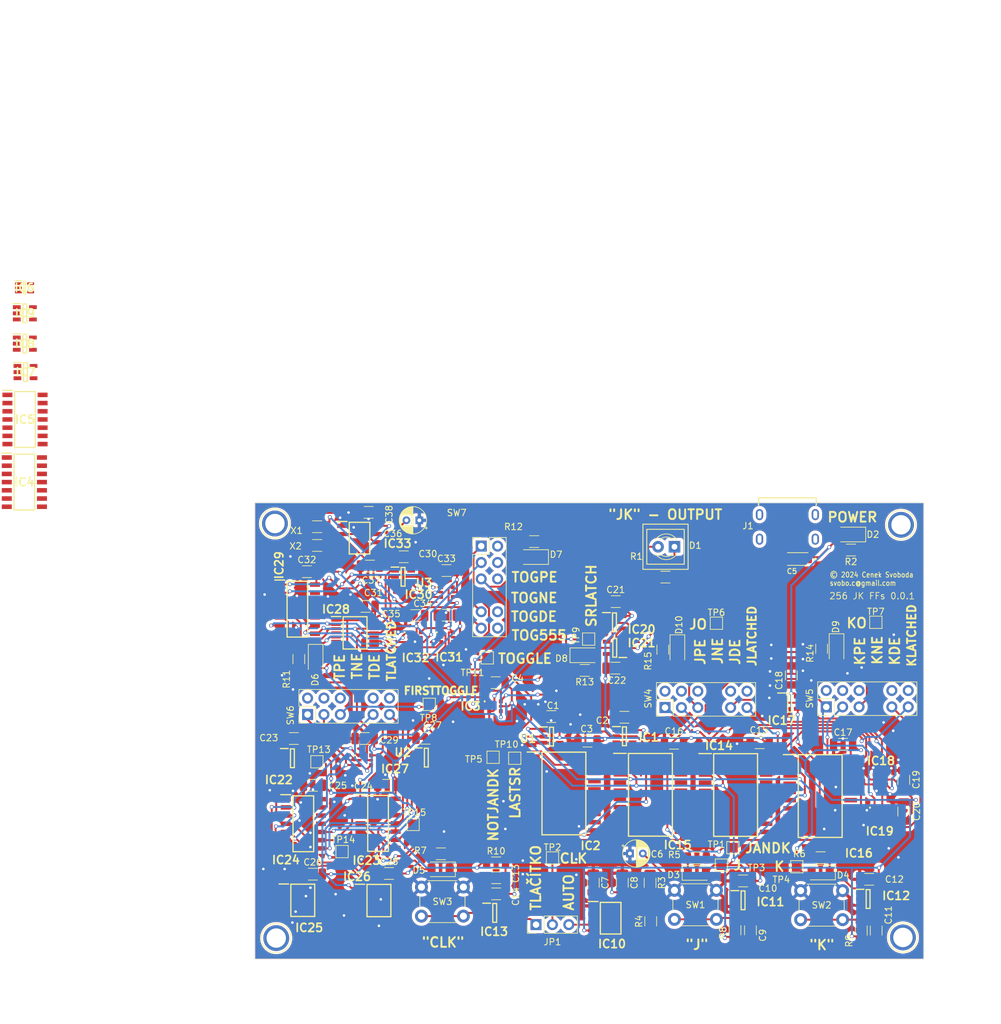
<source format=kicad_pcb>
(kicad_pcb (version 20240108) (generator "pcbnew") (generator_version "8.0")
  (layers (0 "F.Cu" signal) (31 "B.Cu" signal) (34 "B.Paste" user) (35 "F.Paste" user) (36 "B.SilkS" user "B.Silkscreen") (37 "F.SilkS" user "F.Silkscreen") (38 "B.Mask" user) (39 "F.Mask" user) (44 "Edge.Cuts" user))
  (net 0 "")
  (net 1 "GND")
  (net 2 "+5V")
  (net 3 "Net-(D1-K)")
  (net 18 "Net-(D3-K)")
  (net 19 "Net-(D4-K)")
  (net 20 "Net-(D5-K)")
  (net 40 "Net-(IC13-A)")
  (net 44 "/Klopení vstupů/J")
  (net 45 "/Klopení vstupů/K")
  (net 46 "/Klopení vstupů/KPE")
  (net 47 "/Klopení vstupů/JPE")
  (net 48 "/Klopení vstupů/JNE")
  (net 49 "/Klopení vstupů/JDE")
  (net 50 "/Klopení vstupů/KLATCHED")
  (net 51 "/Klopení vstupů/JLATCHED")
  (net 52 "/Klopení vstupů/KNE")
  (net 53 "/Klopení vstupů/KDE")
  (net 54 "/Klopení vstupů/JO")
  (net 55 "/Klopení vstupů/KO")
  (net 56 "Net-(D2-K)")
  (net 57 "Net-(D6-K)")
  (net 58 "/First toggle/FT")
  (net 59 "/First toggle/JANDK")
  (net 60 "/First toggle/TPE")
  (net 61 "/First toggle/TNE")
  (net 62 "/First toggle/X")
  (net 63 "/First toggle/TLATCHED")
  (net 64 "/SR LATCH/SRLATCH")
  (net 65 "/First toggle/CLK")
  (net 66 "/First toggle/NOTJANDK")
  (net 67 "/First toggle/TDE")
  (net 68 "Net-(D8-K)")
  (net 69 "Net-(D9-K)")
  (net 70 "Net-(D7-K)")
  (net 71 "/toggling/TOGGLE")
  (net 72 "/toggling/TOG555")
  (net 73 "/toggling/TOGDE")
  (net 74 "/toggling/LASTSR")
  (net 75 "/toggling/TOGPE")
  (net 76 "/toggling/TOGNE")
  (net 77 "Net-(IC10-THRES)")
  (net 78 "Net-(IC10-CONT)")
  (net 79 "Net-(IC11-A)")
  (net 80 "Net-(IC12-A)")
  (net 81 "Net-(IC33-THRES)")
  (net 82 "Net-(IC33-CONT)")
  (net 83 "Net-(D1-A)")
  (net 116 "Net-(IC10-OUT)")
  (net 117 "Net-(IC10-DISCH)")
  (net 149 "Net-(IC16-CP)")
  (net 157 "Net-(IC20-B)")
  (net 159 "Net-(IC22-Y)")
  (net 160 "Net-(IC23-1Y)")
  (net 161 "Net-(IC23-2Y)")
  (net 162 "Net-(IC23-3Y)")
  (net 163 "Net-(IC23-3A)")
  (net 164 "Net-(IC24-1Y)")
  (net 165 "Net-(IC24-2Y)")
  (net 185 "Net-(IC28-1D)")
  (net 186 "Net-(IC28-1CP)")
  (net 188 "Net-(IC28-1Q)")
  (net 191 "Net-(IC28-2Q)")
  (net 193 "Net-(IC28-2D)")
  (net 194 "Net-(IC29-1A)")
  (net 195 "Net-(IC29-1Y)")
  (net 200 "Net-(IC33-DISCH)")
  (net 201 "Net-(D10-K)")
  (net 202 "/Vstupy/Tlačítko2/TLA")
  (footprint "Resistor_SMD:R_1206_3216Metric" (layer "F.Cu") (at 90.4 150.15 180)
    (property "Reference" "R7")
    (property "Value" "1K5")
  )
  (footprint "TestPoint:TestPoint_Pad_1.5x1.5mm" (layer "F.Cu") (at 157.8 114.3)
    (property "Reference" "TP7")
    (property "Value" "TestPoint")
  )
  (footprint "TestPoint:TestPoint_Pad_1.5x1.5mm" (layer "F.Cu") (at 86.1 145.6)
    (property "Reference" "TP15")
    (property "Value" "TestPoint")
  )
  (footprint "AAAAAAAAA:SOIC127P600X175-14N" (layer "F.Cu") (at 68.175 112.26)
    (property "Reference" "IC29")
    (property "Value" "74HC04D_BJ_ " (hide yes))
  )
  (footprint "Capacitor_SMD:C_1206_3216Metric" (layer "F.Cu") (at 138.375 162 90)
    (property "Reference" "C9")
    (property "Value" "100nF")
  )
  (footprint "Capacitor_SMD:C_1206_3216Metric" (layer "F.Cu") (at 162.125 138.705 -90)
    (property "Reference" "C19")
    (property "Value" "100nF")
  )
  (footprint "TestPoint:TestPoint_Plated_Hole_D3.0mm" (layer "F.Cu") (at 162 163.1)
    (property "Reference" "REF**" (hide yes))
    (property "Value" "TestPoint_Plated_Hole_D3.0mm")
  )
  (footprint "AAAAAAAAA:SOIC127P600X175-8N" (layer "F.Cu") (at 116.711 160.12)
    (property "Reference" "IC10")
    (property "Value" "NE555DR" (hide yes))
  )
  (footprint "Button_Switch_THT:SW_PUSH_6mm_H7.3mm" (layer "F.Cu") (at 126.6 155.8)
    (property "Reference" "SW1")
    (property "Value" "SW_Push")
  )
  (footprint "Capacitor_SMD:C_1206_3216Metric" (layer "F.Cu") (at 82.375 153.2)
    (property "Reference" "C28")
    (property "Value" "100nF")
  )
  (footprint "Capacitor_SMD:C_1206_3216Metric" (layer "F.Cu") (at 91.275 106.28)
    (property "Reference" "C33")
    (property "Value" "100nF")
  )
  (footprint "TestPoint:TestPoint_Pad_1.5x1.5mm" (layer "F.Cu") (at 75.1 149.8)
    (property "Reference" "TP14")
    (property "Value" "TestPoint")
  )
  (footprint "Capacitor_SMD:C_1206_3216Metric" (layer "F.Cu") (at 78.737 111.83)
    (property "Reference" "C31")
    (property "Value" "100nF")
  )
  (footprint "Capacitor_SMD:C_1206_3216Metric" (layer "F.Cu") (at 107.525 128.9)
    (property "Reference" "C1")
    (property "Value" "100nF")
  )
  (footprint "TestPoint:TestPoint_Pad_1.5x1.5mm" (layer "F.Cu") (at 101.85 135.35 -90)
    (property "Reference" "TP10")
    (property "Value" "TestPoint")
  )
  (footprint "LED_SMD:LED_1206_3216Metric" (layer "F.Cu") (at 112.7 119.4)
    (property "Reference" "D8")
    (property "Value" "LED")
  )
  (footprint "Capacitor_SMD:C_1206_3216Metric" (layer "F.Cu") (at 79.425 105.59)
    (property "Reference" "C37")
    (property "Value" "10nF")
  )
  (footprint "AAAAAAAAA:SOT65P212X110-5N" (layer "F.Cu") (at 25.9 62.5)
    (property "Reference" "IC6")
    (property "Value" "74AHC1G79GW,125" (hide yes))
  )
  (footprint "AAAAAAAAA:SOT95P280X145-5N" (layer "F.Cu") (at 137.225 157.35)
    (property "Reference" "IC11")
    (property "Value" "SN74AHC1G04DBVR" (hide yes))
  )
  (footprint "Capacitor_SMD:C_1206_3216Metric" (layer "F.Cu") (at 70.574 139.54)
    (property "Reference" "C25")
    (property "Value" "100nF")
  )
  (footprint "AAAAAAAAA:SOP65P640X110-14N" (layer "F.Cu") (at 69.012 157.35)
    (property "Reference" "IC25")
    (property "Value" "74AHC74PW,118" (hide yes))
  )
  (footprint "AAAAAAAAA:SOIC127P600X175-14N" (layer "F.Cu") (at 25.875 92.59)
    (property "Reference" "IC4")
    (property "Value" "74AHC00D,118" (hide yes))
  )
  (footprint "Capacitor_SMD:C_1206_3216Metric" (layer "F.Cu") (at 152.725 133.2)
    (property "Reference" "C17")
    (property "Value" "100nF")
  )
  (footprint "AAAAAAAAA:SOT95P280X145-5N" (layer "F.Cu") (at 84.55 107.25)
    (property "Reference" "U3")
    (property "Value" "SN74AHC1G08DBVR" (hide yes))
  )
  (footprint "Capacitor_SMD:C_1206_3216Metric" (layer "F.Cu") (at 117.475 121.4 180)
    (property "Reference" "C22")
    (property "Value" "100nF")
  )
  (footprint "AAAAAAAAA:GCT_USB4125-GF-A_REVA2 USB C FEMALE" (layer "F.Cu") (at 144.1 98.42 180)
    (property "Reference" "J1")
    (property "Value" "USB_C_Receptacle_PowerOnly_6P")
  )
  (footprint "TestPoint:TestPoint_Pad_1.5x1.5mm" (layer "F.Cu") (at 113.3 116.9 90)
    (property "Reference" "TP9")
    (property "Value" "TestPoint")
  )
  (footprint "AAAAAAAAA:SLIDESWITCH ON-ON-ON-ON x" (layer "F.Cu") (at 69.75 128.575 90)
    (property "Reference" "SW6")
    (property "Value" "SW")
  )
  (footprint "Capacitor_SMD:C_1206_3216Metric" (layer "F.Cu") (at 113.125 132.7)
    (property "Reference" "C3")
    (property "Value" "100nF")
  )
  (footprint "LED_SMD:LED_1206_3216Metric" (layer "F.Cu") (at 71 120 -90)
    (property "Reference" "D6")
    (property "Value" "LED")
  )
  (footprint "Resistor_SMD:R_1206_3216Metric" (layer "F.Cu") (at 149.4 118.4 -90)
    (property "Reference" "R14")
    (property "Value" "1K5")
  )
  (footprint "Capacitor_SMD:C_1206_3216Metric" (layer "F.Cu") (at 98.975 153.85)
    (property "Reference" "C13")
    (property "Value" "100nF")
  )
  (footprint "AAAAAAAAA:74LVC1G3157GW125" (layer "F.Cu") (at 158.5 138.65)
    (property "Reference" "IC18")
    (property "Value" "74LVC1G3157GW,125" (hide yes))
  )
  (footprint "AAAAAAAAA:SLIDESWITCH ON-ON-ON-ON x" (layer "F.Cu") (at 96.66 102.5)
    (property "Reference" "SW7")
    (property "Value" "SW")
  )
  (footprint "AAAAAAAAA:SOT95P280X145-5N" (layer "F.Cu") (at 144.45 126.75)
    (property "Reference" "IC17")
    (property "Value" "SN74AHC1G04DBVR" (hide yes))
  )
  (footprint "TestPoint:TestPoint_Plated_Hole_D3.0mm" (layer "F.Cu") (at 64.9 163.2)
    (property "Reference" "REF**" (hide yes))
    (property "Value" "TestPoint_Plated_Hole_D3.0mm")
  )
  (footprint "Resistor_SMD:R_1206_3216Metric" (layer "F.Cu") (at 135.975 161.975 90)
    (property "Reference" "R8")
    (property "Value" "10k")
  )
  (footprint "Resistor_SMD:R_1206_3216Metric" (layer "F.Cu") (at 124.8 118.5375 -90)
    (property "Reference" "R15")
    (property "Value" "1K5")
  )
  (footprint "Capacitor_SMD:C_1206_3216Metric" (layer "F.Cu") (at 98.975 156.35)
    (property "Reference" "C14")
    (property "Value" "100nF")
  )
  (footprint "Resistor_SMD:R_1206_3216Metric" (layer "F.Cu") (at 153.95 103.1 180)
    (property "Reference" "R2")
    (property "Value" "1K5")
  )
  (footprint "Capacitor_SMD:C_1206_3216Metric" (layer "F.Cu") (at 144.7 122.525 -90)
    (property "Reference" "C18")
    (property "Value" "100nF")
  )
  (footprint "LED_SMD:LED_1206_3216Metric" (layer "F.Cu") (at 104.8 104.2 180)
    (property "Reference" "D7")
    (property "Value" "LED")
  )
  (footprint "Capacitor_SMD:C_1206_3216Metric" (layer "F.Cu") (at 139.8 132.945)
    (property "Reference" "C15")
    (property "Value" "100nF")
  )
  (footprint "Capacitor_SMD:C_1206_3216Metric" (layer "F.Cu") (at 98.9 123.65)
    (property "Reference" "C4")
    (property "Value" "100nF")
  )
  (footprint "AAAAAAAAA:SOT95P280X145-5N" (layer "F.Cu") (at 26.05 75.55)
    (property "Reference" "IC7")
    (property "Value" "SN74AHC1G04DBVR" (hide yes))
  )
  (footprint "AAAAAAAAA:SOT95P280X145-5N" (layer "F.Cu") (at 88.15 135.25)
    (property "Reference" "U2")
    (property "Value" "SN74AHC1G08DBVR" (hide yes))
  )
  (footprint "AAAAAAAAA:SOIC127P1032X265-20N" (layer "F.Cu") (at 109.475 140.805)
    (property "Reference" "IC2")
    (property "Value" "74AHC573PW,118" (hide yes))
  )
  (footprint "Resistor_SMD:R_1206_3216Metric" (layer "F.Cu") (at 112.6975 121.74)
    (property "Reference" "R13")
    (property "Value" "1K5")
  )
  (footprint "LED_SMD:LED_1206_3216Metric" (layer "F.Cu") (at 149.25 153.05 180)
    (property "Reference" "D4")
    (property "Value" "LED")
  )
  (footprint "LED_SMD:LED_1206_3216Metric" (layer "F.Cu") (at 153.95 100.7 180)
    (property "Reference" "D2")
    (property "Value" "LED")
  )
  (footprint "Capacitor_SMD:C_1206_3216Metric" (layer "F.Cu") (at 162.125 143.605 -90)
    (property "Reference" "C20")
    (property "Value" "100nF")
  )
  (footprint "Resistor_SMD:R_1206_3216Metric" (layer "F.Cu") (at 122.922 160.6 90)
    (property "Reference" "R4")
    (property "Value" "100K")
  )
  (footprint "AAAAAAAAA:SOIC127P1032X265-20N" (layer "F.Cu") (at 136.075 141.045)
    (property "Reference" "IC14")
    (property "Value" "74AHC573PW,118" (hide yes))
  )
  (footprint "Capacitor_THT:CP_Radial_D4.0mm_P2.00mm" (layer "F.Cu") (at 87.0726 98.5 180)
    (property "Reference" "C36")
    (property "Value" "10uF")
  )
  (footprint "AAAAAAAAA:SOP65P640X110-14N" (layer "F.Cu") (at 77.112 115.93)
    (property "Reference" "IC28")
    (property "Value" "74AHC74PW,118" (hide yes))
  )
  (footprint "TestPoint:TestPoint_Pad_1.5x1.5mm" (layer "F.Cu") (at 71.2 135.9)
    (property "Reference" "TP13")
    (property "Value" "TestPoint")
  )
  (footprint "Resistor_SMD:R_1206_3216Metric" (layer "F.Cu") (at 130.075 150.8)
    (property "Reference" "R5")
    (property "Value" "1K5")
  )
  (footprint "Capacitor_SMD:C_1206_3216Metric" (layer "F.Cu") (at 70.575 153.3)
    (property "Reference" "C26")
    (property "Value" "100nF")
  )
  (footprint "TestPoint:TestPoint_Pad_1.5x1.5mm" (layer "F.Cu") (at 133.875 151.9)
    (property "Reference" "TP3")
    (property "Value" "TestPoint")
  )
  (footprint "Resistor_SMD:R_1206_3216Metric" (layer "F.Cu") (at 68.4 120 -90)
    (property "Reference" "R11")
    (property "Value" "1K5")
  )
  (footprint "Resistor_SMD:R_1206_3216Metric" (layer "F.Cu") (at 104.8625 101.8 180)
    (property "Reference" "R12")
    (property "Value" "1K5")
  )
  (footprint "Connector_PinHeader_2.54mm:PinHeader_1x03_P2.54mm_Vertical" (layer "F.Cu") (at 105.152401 161.12 90)
    (property "Reference" "JP1")
    (property "Value" "Jumper_3_Bridged12")
  )
  (footprint "AAAAAAAAA:SOT95P280X145-5N" (layer "F.Cu") (at 25.95 66.45)
    (property "Reference" "IC9")
    (property "Value" "SN74AHC1G02DBVR" (hide yes))
  )
  (footprint "Capacitor_SMD:C_1206_3216Metric" (layer "F.Cu") (at 156.775 154.1)
    (property "Reference" "C12")
    (property "Value" "100nF")
  )
  (footprint "LED_SMD:LED_1206_3216Metric" (layer "F.Cu") (at 130.075 153.1)
    (property "Reference" "D3")
    (property "Value" "LED")
  )
  (footprint "AAAAAAAAA:SLIDESWITCH ON-ON-ON-ON x" (layer "F.Cu") (at 125.14 127.5 90)
    (property "Reference" "SW4")
    (property "Value" "SW")
  )
  (footprint "AAAAAAAAA:SOIC127P600X175-14N" (layer "F.Cu") (at 69.1 145.5)
    (property "Reference" "IC24")
    (property "Value" "74AHC32D,118" (hide yes))
  )
  (footprint "AAAAAAAAA:SOP65P640X110-14N" (layer "F.Cu") (at 80.813 157.39)
    (property "Reference" "IC26")
    (property "Value" "74AHC74PW,118" (hide yes))
  )
  (footprint "AAAAAAAAA:SOT95P280X145-5N" (layer "F.Cu") (at 117.3 114.3)
    (property "Reference" "IC20")
    (property "Value" "SN74AHC1G02DBVR" (hide yes))
  )
  (footprint "Capacitor_SMD:C_1206_3216Metric" (layer "F.Cu") (at 86.425 113.25)
    (property "Reference" "C35")
    (property "Value" "100nF")
  )
  (footprint "Capacitor_SMD:C_1206_3216Metric" (layer "F.Cu") (at 67.625 132.3)
    (property "Reference" "C23")
    (property "Value" "100nF")
  )
  (footprint "Resistor_SMD:R_1206_3216Metric" (layer "F.Cu") (at 98.9625 151.55)
    (property "Reference" "R10")
    (property "Value" "10k")
  )
  (footprint "AAAAAAAAA:SOIC127P600X175-14N" (layer "F.Cu") (at 80.675 145.44)
    (property "Reference" "IC23")
    (property "Value" "74AHC00D,118" (hide yes))
  )
  (footprint "TestPoint:TestPoint_Pad_1.5x1.5mm" (layer "F.Cu") (at 135.65 149.2)
    (property "Reference" "TP1")
    (property "Value" "TestPoint")
  )
  (footprint "TestPoint:TestPoint_Pad_1.5x1.5mm" (layer "F.Cu") (at 97.6 119.8)
    (property "Reference" "TP11")
    (property "Value" "TestPoint")
  )
  (footprint "AAAAAAAAA:SOT95P280X145-5N" (layer "F.Cu") (at 118.85 131.95)
    (property "Reference" "IC1")
    (property "Value" "SN74AHC1G04DBVR" (hide yes))
  )
  (footprint "AAAAAAAAA:SOT95P280X145-5N" (layer "F.Cu") (at 156.6 157.15)
    (property "Reference" "IC12")
    (property "Value" "SN74AHC1G04DBVR" (hide yes))
  )
  (footprint "AAAAAAAAA:SLIDESWITCH ON-ON-ON-ON x" (layer "F.Cu") (at 150.12 127.4 90)
    (property "Reference" "SW5")
    (property "Value" "SW")
  )
  (footprint "Capacitor_SMD:C_1206_3216Metric" (layer "F.Cu") (at 118.85 129)
    (property "Reference" "C2")
    (property "Value" "100nF")
  )
  (footprint "Capacitor_SMD:C_1206_3216Metric" (layer "F.Cu") (at 91.325 113.2)
    (property "Reference" "C34")
    (property "Value" "100nF")
  )
  (footprint "Capacitor_SMD:C_1206_3216Metric" (layer "F.Cu") (at 69.65 106.46)
    (property "Reference" "C32")
    (property "Value" "100nF")
  )
  (footprint "AAAAAAAAA:74LVC1G3157GW125" (layer "F.Cu") (at 91.35 109.63)
    (property "Reference" "IC30")
    (property "Value" "74LVC1G3157GW,125" (hide yes))
  )
  (footprint "Capacitor_SMD:C_1206_3216Metric" (layer "F.Cu") (at 82.1 139.54)
    (property "Reference" "C24")
    (property "Value" "100nF")
  )
  (footprint "AAAAAAAAA:SOIC127P1032X265-20N" (layer "F.Cu") (at 149.175 141.205)
    (property "Reference" "IC16")
    (property "Value" "74AHC574D,118" (hide yes))
  )
  (footprint "TestPoint:TestPoint_Pad_1.5x1.5mm" (layer "F.Cu") (at 88.6 127)
    (property "Reference" "TP8")
    (property "Value" "TestPoint")
  )
  (footprint "AAAAAAAAA:74LVC1G3157GW125" (layer "F.Cu") (at 78.7 135.65)
    (property "Reference" "IC27")
    (property "Value" "74LVC1G3157GW,125" (hide yes))
  )
  (footprint "LED_SMD:LED_1206_3216Metric" (layer "F.Cu") (at 127.05 118.5275 -90)
    (property "Reference" "D10")
    (property "Value" "LED")
  )
  (footprint "Resistor_SMD:R_1206_3216Metric" (layer "F.Cu") (at 125.2 107.3 180)
    (property "Reference" "R1")
    (property "Value" "1K5")
  )
  (footprint "AAAAAAAAA:SOT95P280X145-5N" (layer "F.Cu") (at 25.95 71.15)
    (property "Reference" "IC8")
    (property "Value" "SN74AHC1G32DBVR" (hide yes))
  )
  (footprint "TestPoint:TestPoint_Pad_1.5x1.5mm" (layer "F.Cu") (at 107.7 150.8)
    (property "Reference" "TP2")
    (property "Value" "TestPoint")
  )
  (footprint "Capacitor_SMD:C_1206_3216Metric" (layer "F.Cu") (at 79.222 97.27)
    (property "Reference" "C38")
    (property "Value" "100nF")
  )
  (footprint "Capacitor_SMD:C_1206_3216Metric" (layer "F.Cu") (at 114.022 154.625 -90)
    (property "Reference" "C7")
    (property "Value" "10nF")
  )
  (footprint "AAAAAAAAA:SOT95P280X145-5N" (layer "F.Cu") (at 117.35 118.25 180)
    (property "Reference" "IC21")
    (property "Value" "SN74AHC1G02DBVR" (hide yes))
  )
  (footprint "Capacitor_SMD:C_1206_3216Metric" (layer "F.Cu") (at 117.5 111.1)
    (property "Reference" "C21")
    (property "Value" "100nF")
  )
  (footprint "AAAAAAAAA:CAPMP3216X180N" (layer "F.Cu") (at 145.7 104.5 180)
    (property "Reference" "C5")
    (property "Value" "293D106X96R3A2TE3")
  )
  (footprint "LED_SMD:LED_1206_3216Metric" (layer "F.Cu") (at 90.3625 152.55 180)
    (property "Reference" "D5")
    (property "Value" "LED")
  )
  (footprint "Capacitor_SMD:C_1206_3216Metric" (layer "F.Cu") (at 137.225 154.35)
    (property "Reference" "C10")
    (property "Value" "100nF")
  )
  (footprint "TestPoint:TestPoint_Pad_1.5x1.5mm" (layer "F.Cu") (at 133.1 114.4375)
    (property "Reference" "TP6")
    (property "Value" "TestPoint")
  )
  (footprint "Resistor_SMD:R_1206_3216Metric" (layer "F.Cu") (at 71.2375 102.4 180)
    (property "Reference" "X2")
    (property "Value" "10K")
  )
  (footprint "Capacitor_SMD:C_1206_3216Metric" (layer "F.Cu") (at 84.65 104.15)
    (property "Reference" "C30")
    (property "Value" "100nF")
  )
  (footprint "LED_SMD:LED_1206_3216Metric" (layer "F.Cu") (at 151.71 118.3625 -90)
    (property "Reference" "D9")
    (property "Value" "LED")
  )
  (footprint "LED_THT:LED_D3.0mm" (layer "F.Cu") (at 126.6 102.6 180)
    (property "Reference" "D1")
    (property "Value" "LED")
  )
  (footprint "AAAAAAAAA:SOT95P280X145-5N" (layer "F.Cu") (at 107.55 132)
    (property "Reference" "U1")
    (property "Value" "SN74AHC1G08DBVR" (hide yes))
  )
  (footprint "AAAAAAAAA:SOIC127P600X175-8N" (layer "F.Cu") (at 77.811 101.265)
    (property "Reference" "IC33")
    (property "Value" "NE555DR" (hide yes))
  )
  (footprint "Capacitor_SMD:C_1206_3216Metric" (layer "F.Cu") (at 157.85 162.0375 90)
    (property "Reference" "C11")
    (property "Value" "100nF")
  )
  (footprint "AAAAAAAAA:SOT95P280X145-5N" (layer "F.Cu") (at 98.75 159.3)
    (property "Reference" "IC13")
    (property "Value" "SN74AHC1G04DBVR" (hide yes))
  )
  (footprint "Button_Switch_THT:SW_PUSH_6mm_H7.3mm" (layer "F.Cu") (at 87.4 155.3)
    (property "Reference" "SW3")
    (property "Value" "SW_Push")
  )
  (footprint "AAAAAAAAA:SOT95P280X145-5N" (layer "F.Cu") (at 67.4 135.35)
    (property "Reference" "IC22")
    (property "Value" "SN74AHC1G04DBVR" (hide yes))
  )
  (footprint "AAAAAAAAA:74LVC1G3157GW125" (layer "F.Cu") (at 91.375 116.6)
    (property "Reference" "IC31")
    (property "Value" "74LVC1G3157GW,125" (hide yes))
  )
  (footprint "AAAAAAAAA:74LVC1G3157GW125" (layer "F.Cu") (at 86.4 116.6)
    (property "Reference" "IC32")
    (property "Value" "74LVC1G3157GW,125" (hide yes))
  )
  (footprint "AAAAAAAAA:SOIC127P1032X265-20N" (layer "F.Cu") (at 122.875 141.015)
    (property "Reference" "IC15")
    (property "Value" "74AHC574D,118" (hide yes))
  )
  (footprint "Capacitor_SMD:C_1206_3216Metric" (layer "F.Cu") (at 88.025 132.25)
    (property "Reference" "C27")
    (property "Value" "100nF")
  )
  (footprint "Capacitor_SMD:C_1206_3216Metric" (layer "F.Cu") (at 126.525 133.02)
    (property "Reference" "C16")
    (property "Value" "100nF")
  )
  (footprint "Capacitor_SMD:C_1206_3216Metric" (layer "F.Cu") (at 78.6 132.3)
    (property "Reference" "C29")
    (property "Value" "100nF")
  )
  (footprint "AAAAAAAAA:SOIC127P600X175-14N" (layer "F.Cu") (at 25.975 82.89)
    (property "Reference" "IC5")
    (property "Value" "SN74HC02DR" (hide yes))
  )
  (footprint "Capacitor_THT:CP_Radial_D4.0mm_P2.00mm" (layer "F.Cu") (at 119.7 150.1)
    (property "Reference" "C6")
    (property "Value" "10uF")
  )
  (footprint "TestPoint:TestPoint_Pad_1.5x1.5mm" (layer "F.Cu") (at 145.55 152.15)
    (property "Reference" "TP4")
    (property "Value" "TestPoint")
  )
  (footprint "TestPoint:TestPoint_Plated_Hole_D3.0mm" (layer "F.Cu") (at 161.7 99.2)
    (property "Reference" "REF**" (hide yes))
    (property "Value" "TestPoint_Plated_Hole_D3.0mm")
  )
  (footprint "Resistor_SMD:R_1206_3216Metric" (layer "F.Cu") (at 149.25 150.75 180)
    (property "Reference" "R6")
    (property "Value" "1K5")
  )
  (footprint "Resistor_SMD:R_1206_3216Metric" (layer "F.Cu") (at 71.2375 99.5)
    (property "Reference" "X1")
    (property "Value" "4K7")
  )
  (footprint "Resistor_SMD:R_1206_3216Metric" (layer "F.Cu") (at 155.55 162.0375 90)
    (property "Reference" "R9")
    (property "Value" "10k")
  )
  (footprint "Capacitor_SMD:C_1206_3216Metric" (layer "F.Cu") (at 118.522 154.625 -90)
    (property "Reference" "C8")
    (property "Value" "100nF")
  )
  (footprint "Resistor_SMD:R_1206_3216Metric" (layer "F.Cu") (at 122.822 154.6375 -90)
    (property "Reference" "R3")
    (property "Value" "10K")
  )
  (footprint "Button_Switch_THT:SW_PUSH_6mm_H7.3mm" (layer "F.Cu") (at 146.15 155.85)
    (property "Reference" "SW2")
    (property "Value" "SW_Push")
  )
  (footprint "AAAAAAAAA:74LVC1G3157GW125" (layer "F.Cu") (at 158.5 143.75)
    (property "Reference" "IC19")
    (property "Value" "74LVC1G3157GW,125" (hide yes))
  )
  (footprint "AAAAAAAAA:74LVC1G3157GW125" (layer "F.Cu") (at 98.8 127.3)
    (property "Reference" "IC3")
    (property "Value" "74LVC1G3157GW,125" (hide yes))
  )
  (footprint "TestPoint:TestPoint_Plated_Hole_D3.0mm" (layer "F.Cu") (at 64.7 99)
    (property "Reference" "REF**" (hide yes))
    (property "Value" "TestPoint_Plated_Hole_D3.0mm")
  )
  (footprint "TestPoint:TestPoint_Pad_1.5x1.5mm" (layer "F.Cu") (at 98.5 135.2)
    (property "Reference" "TP5")
    (property "Value" "TestPoint")
  )
  (gr_rect (start 122.3125 99.9) (end 128.1125 105.3) (stroke (width 0.15)) (fill none) (layer "F.SilkS"))
  (gr_rect (start 121.7125 99.1) (end 128.7125 106.1) (stroke (width 0.15)) (fill none) (layer "F.SilkS"))
  (gr_rect (start 61.6 95.8) (end 165.2 166.439848) (stroke (width 0.1)) (fill none) (layer "Edge.Cuts"))
  (gr_text "TPE" (at 75.6 123.4 90) (layer "F.SilkS") (effects (font (size 1.5 1.5) (thickness 0.3) (bold yes)) (justify left bottom)))
  (gr_text "TOGPE" (at 101.2 108.2 0) (layer "F.SilkS") (effects (font (size 1.5 1.5) (thickness 0.3) (bold yes)) (justify left bottom)))
  (gr_text "TOGDE" (at 101.1 114.3 0) (layer "F.SilkS") (effects (font (size 1.5 1.5) (thickness 0.3) (bold yes)) (justify left bottom)))
  (gr_text "J\n" (at 135.6 152.8 0) (layer "F.SilkS") (effects (font (size 1.5 1.5) (thickness 0.3) (bold yes)) (justify left bottom)))
  (gr_text "SRLATCH" (at 114.6 115.2 90) (layer "F.SilkS") (effects (font (size 1.5 1.5) (thickness 0.3) (bold yes)) (justify left bottom)))
  (gr_text "JNE" (at 134.17 120.9625 90) (layer "F.SilkS") (effects (font (size 1.5 1.5) (thickness 0.3) (bold yes)) (justify left bottom)))
  (gr_text "TLAČÍTKO" (at 106 159.1 90) (layer "F.SilkS") (effects (font (size 1.5 1.5) (thickness 0.3) (bold yes)) (justify left bottom)))
  (gr_text "256 JK FFs 0.0.1" (at 150.525 110.81 0) (layer "F.SilkS") (effects (font (size 1 1) (thickness 0.125) (bold yes)) (justify left bottom)))
  (gr_text "FIRSTTOGGLE" (at 84.5 125.6 0) (layer "F.SilkS") (effects (font (size 1.2 1.2) (thickness 0.3) (bold yes)) (justify left bottom)))
  (gr_text "KNE" (at 158.91 121.03 90) (layer "F.SilkS") (effects (font (size 1.5 1.5) (thickness 0.3) (bold yes)) (justify left bottom)))
  (gr_text "TNE" (at 78.3 123.3 90) (layer "F.SilkS") (effects (font (size 1.5 1.5) (thickness 0.3) (bold yes)) (justify left bottom)))
  (gr_text "TOG555" (at 101.2 117.2 0) (layer "F.SilkS") (effects (font (size 1.5 1.5) (thickness 0.3) (bold yes)) (justify left bottom)))
  (gr_text "KLATCHED" (at 164.11 121.33 90) (layer "F.SilkS") (effects (font (size 1.3 1.3) (thickness 0.3) (bold yes)) (justify left bottom)))
  (gr_text "TLATCHED" (at 83.5 123.6 90) (layer "F.SilkS") (effects (font (size 1.3 1.3) (thickness 0.3) (bold yes)) (justify left bottom)))
  (gr_text "NOTJANDK" (at 99.4 148.4 90) (layer "F.SilkS") (effects (font (size 1.5 1.5) (thickness 0.3) (bold yes)) (justify left bottom)))
  (gr_text "JPE" (at 131.47 121.0625 90) (layer "F.SilkS") (effects (font (size 1.5 1.5) (thickness 0.3) (bold yes)) (justify left bottom)))
  (gr_text "POWER" (at 150.15 98.9 0) (layer "F.SilkS") (effects (font (size 1.5 1.5) (thickness 0.3) (bold yes)) (justify left bottom)))
  (gr_text "TOGNE" (at 101.1 111.4 0) (layer "F.SilkS") (effects (font (size 1.5 1.5) (thickness 0.3) (bold yes)) (justify left bottom)))
  (gr_text "KDE" (at 161.61 121.13 90) (layer "F.SilkS") (effects (font (size 1.5 1.5) (thickness 0.3) (bold yes)) (justify left bottom)))
  (gr_text "KPE" (at 156.21 121.13 90) (layer "F.SilkS") (effects (font (size 1.5 1.5) (thickness 0.3) (bold yes)) (justify left bottom)))
  (gr_text "JDE" (at 136.87 121.0625 90) (layer "F.SilkS") (effects (font (size 1.5 1.5) (thickness 0.3) (bold yes)) (justify left bottom)))
  (gr_text "K" (at 141.9 153 0) (layer "F.SilkS") (effects (font (size 1.5 1.5) (thickness 0.3) (bold yes)) (justify left bottom)))
  (gr_text "JO" (at 128.7 115.5 0) (layer "F.SilkS") (effects (font (size 1.5 1.5) (thickness 0.3) (bold yes)) (justify left bottom)))
  (gr_text "KO" (at 153.1 115.3 0) (layer "F.SilkS") (effects (font (size 1.5 1.5) (thickness 0.3) (bold yes)) (justify left bottom)))
  (gr_text "TOGGLE" (at 99.1 120.8 0) (layer "F.SilkS") (effects (font (size 1.5 1.5) (thickness 0.3) (bold yes)) (justify left bottom)))
  (gr_text "TDE" (at 81 123.4 90) (layer "F.SilkS") (effects (font (size 1.5 1.5) (thickness 0.3) (bold yes)) (justify left bottom)))
  (gr_text "{dblquote}J{dblquote}\n" (at 128.175 165.1 0) (layer "F.SilkS") (effects (font (size 1.5 1.5) (thickness 0.3) (bold yes)) (justify left bottom)))
  (gr_text "© 2024 Cenek Svoboda\nsvobo.c@gmail.com" (at 150.6 108.7 0) (layer "F.SilkS") (effects (font (size 0.8 0.7) (thickness 0.125) (bold yes)) (justify left bottom)))
  (gr_text "AUTO" (at 111.1 159.1 90) (layer "F.SilkS") (effects (font (size 1.5 1.5) (thickness 0.3) (bold yes)) (justify left bottom)))
  (gr_text "{dblquote}CLK{dblquote}\n" (at 87.3 164.75 0) (layer "F.SilkS") (effects (font (size 1.5 1.5) (thickness 0.3) (bold yes)) (justify left bottom)))
  (gr_text "{dblquote}K{dblquote}" (at 147.35 165.15 0) (layer "F.SilkS") (effects (font (size 1.5 1.5) (thickness 0.3) (bold yes)) (justify left bottom)))
  (gr_text "CLK" (at 108.65 151.75 0) (layer "F.SilkS") (effects (font (size 1.5 1.5) (thickness 0.3) (bold yes)) (justify left bottom)))
  (gr_text "JANDK" (at 137.4 150.15 0) (layer "F.SilkS") (effects (font (size 1.5 1.5) (thickness 0.3) (bold yes)) (justify left bottom)))
  (gr_text "{dblquote}JK{dblquote} - OUTPUT" (at 116.2 98.5 0) (layer "F.SilkS") (effects (font (size 1.5 1.5) (thickness 0.3) (bold yes)) (justify left bottom)))
  (gr_text "LASTSR" (at 102.8 144.9 90) (layer "F.SilkS") (effects (font (size 1.5 1.5) (thickness 0.3) (bold yes)) (justify left bottom)))
  (gr_text "JLATCHED" (at 139.37 121.2625 90) (layer "F.SilkS") (effects (font (size 1.3 1.3) (thickness 0.3) (bold yes)) (justify left bottom)))
  (segment (start 155.9 136.9) (end 155.9 137.6) (width 0.3) (layer "F.Cu") (net 1))
  (segment (start 106.8 136.515) (end 106.8 137.4) (width 0.3) (layer "F.Cu") (net 1))
  (segment (start 135.75 154.35) (end 136.85 154.35) (width 0.3) (layer "F.Cu") (net 1))
  (segment (start 97.9 127.3) (end 97.1 127.3) (width 0.3) (layer "F.Cu") (net 1))
  (segment (start 156.4 143.4) (end 156.6 143.5) (width 0.3) (layer "F.Cu") (net 1))
  (segment (start 155.9 137.6) (end 156.95 138.65) (width 0.3) (layer "F.Cu") (net 1))
  (segment (start 89.53 109.63) (end 89.5 109.6) (width 0.3) (layer "F.Cu") (net 1))
  (segment (start 136.9 154.3) (end 136.9 153) (width 0.3) (layer "F.Cu") (net 1))
  (segment (start 89.85 113.2) (end 89.85 114.55) (width 0.3) (layer "F.Cu") (net 1))
  (segment (start 114 157.6) (end 112.4 157.6) (width 0.3) (layer "F.Cu") (net 1))
  (segment (start 135.3 152.8) (end 134.7 153.4) (width 0.3) (layer "F.Cu") (net 1))
  (segment (start 105.375 135.09) (end 106.8 136.515) (width 0.3) (layer "F.Cu") (net 1))
  (segment (start 76.4 135.2) (end 76.5 135.3) (width 0.3) (layer "F.Cu") (net 1))
  (segment (start 156.85 143.75) (end 156.4 143.4) (width 0.3) (layer "F.Cu") (net 1))
  (segment (start 156.95 138.65) (end 157.6 138.65) (width 0.3) (layer "F.Cu") (net 1))
  (segment (start 86.4 116.95) (end 86.4 117.3) (width 0.3) (layer "F.Cu") (net 1))
  (segment (start 157.6 143.75) (end 156.85 143.75) (width 0.3) (layer "F.Cu") (net 1))
  (segment (start 97.1 127.3) (end 97 127.4) (width 0.3) (layer "F.Cu") (net 1))
  (segment (start 77.8 135.65) (end 76.85 135.65) (width 0.3) (layer "F.Cu") (net 1))
  (segment (start 74.174 117.926) (end 73.35 118.75) (width 0.3) (layer "F.Cu") (net 1))
  (segment (start 90.3 114.2) (end 91.3 114.2) (width 0.3) (layer "F.Cu") (net 1))
  (segment (start 89.85 114.55) (end 89.9 114.6) (width 0.3) (layer "F.Cu") (net 1))
  (segment (start 86.05 116.6) (end 86.4 116.95) (width 0.3) (layer "F.Cu") (net 1))
  (segment (start 136.7 152.8) (end 135.3 152.8) (width 0.3) (layer "F.Cu") (net 1))
  (segment (start 76.4 135.3) (end 76.4 135.2) (width 0.3) (layer "F.Cu") (net 1))
  (segment (start 89.9 114.6) (end 90.3 114.2) (width 0.3) (layer "F.Cu") (net 1))
  (segment (start 136.9 153) (end 136.7 152.8) (width 0.3) (layer "F.Cu") (net 1))
  (segment (start 136.85 154.35) (end 136.9 154.3) (width 0.3) (layer "F.Cu") (net 1))
  (segment (start 89.9 116.6) (end 89.3 117.2) (width 0.3) (layer "F.Cu") (net 1))
  (segment (start 88.53 109.63) (end 88.5 109.6) (width 0.3) (layer "F.Cu") (net 1))
  (segment (start 88.6 109.7) (end 88.53 109.63) (width 0.3) (layer "F.Cu") (net 1))
  (segment (start 90.45 109.63) (end 89.7 109.63) (width 0.3) (layer "F.Cu") (net 1))
  (segment (start 89.5 109.7) (end 88.6 109.7) (width 0.3) (layer "F.Cu") (net 1))
  (segment (start 76.5 135.3) (end 76.4 135.3) (width 0.3) (layer "F.Cu") (net 1))
  (segment (start 134.7 153.4) (end 134.5 153.4) (width 0.3) (layer "F.Cu") (net 1))
  (segment (start 104.75 135.09) (end 105.375 135.09) (width 0.3) (layer "F.Cu") (net 1))
  (segment (start 89.53 109.63) (end 89.5 109.7) (width 0.3) (layer "F.Cu") (net 1))
  (segment (start 76.85 135.65) (end 76.5 135.3) (width 0.3) (layer "F.Cu") (net 1))
  (segment (start 114 158.215) (end 114 157.6) (width 0.3) (layer "F.Cu") (net 1))
  (segment (start 85.5 116.6) (end 86.05 116.6) (width 0.3) (layer "F.Cu") (net 1))
  (segment (start 74.174 117.88) (end 74.174 117.926) (width 0.3) (layer "F.Cu") (net 1))
  (segment (start 90.475 116.6) (end 89.9 116.6) (width 0.3) (layer "F.Cu") (net 1))
  (via (at 106.6 126.6) (size 0.6) (drill 0.4) (layers "F.Cu" "B.Cu") (net 1))
  (via (at 79.2 98.3) (size 0.6) (drill 0.4) (layers "F.Cu" "B.Cu") (net 1))
  (via (at 151.5 143.4) (size 0.6) (drill 0.4) (layers "F.Cu" "B.Cu") (net 1))
  (via (at 74.5 136.2) (size 0.6) (drill 0.4) (layers "F.Cu" "B.Cu") (net 1))
  (via (at 147.8 123.3) (size 0.6) (drill 0.4) (layers "F.Cu" "B.Cu") (net 1))
  (via (at 159 129.8) (size 0.6) (drill 0.4) (layers "F.Cu" "B.Cu") (net 1))
  (via (at 111.4 153.4) (size 0.6) (drill 0.4) (layers "F.Cu" "B.Cu") (net 1))
  (via (at 160.5 131.1) (size 0.6) (drill 0.4) (layers "F.Cu" "B.Cu") (net 1))
  (via (at 100.4 146.3) (size 0.6) (drill 0.4) (layers "F.Cu" "B.Cu") (net 1))
  (via (at 92.3 129.7) (size 0.6) (drill 0.4) (layers "F.Cu" "B.Cu") (net 1))
  (via (at 146.5 120) (size 0.6) (drill 0.4) (layers "F.Cu" "B.Cu") (net 1))
  (via (at 103.1 151.2) (size 0.6) (drill 0.4) (layers "F.Cu" "B.Cu") (net 1))
  (via (at 107.5 129.5) (size 0.6) (drill 0.4) (layers "F.Cu" "B.Cu") (net 1))
  (via (at 155.9 145.7) (size 0.6) (drill 0.4) (layers "F.Cu" "B.Cu") (net 1))
  (via (at 140.2 128.8) (size 0.6) (drill 0.4) (layers "F.Cu" "B.Cu") (net 1))
  (via (at 88.6 123) (size 0.6) (drill 0.4) (layers "F.Cu" "B.Cu") (net 1))
  (via (at 86.5 101.9) (size 0.6) (drill 0.4) (layers "F.Cu" "B.Cu") (net 1))
  (via (at 94.3 118.5) (size 0.6) (drill 0.4) (layers "F.Cu" "B.Cu") (net 1))
  (via (at 75.4 159.7) (size 0.6) (drill 0.4) (layers "F.Cu" "B.Cu") (net 1))
  (via (at 103.1 153.3) (size 0.6) (drill 0.4) (layers "F.Cu" "B.Cu") (net 1))
  (via (at 76.4 110) (size 0.6) (drill 0.4) (layers "F.Cu" "B.Cu") (net 1))
  (via (at 103.4 127) (size 0.6) (drill 0.4) (layers "F.Cu" "B.Cu") (net 1))
  (via (at 78.1 151) (size 0.6) (drill 0.4) (layers "F.Cu" "B.Cu") (net 1))
  (via (at 155.9 136.9) (size 0.6) (drill 0.4) (layers "F.Cu" "B.Cu") (net 1))
  (via (at 111.4 151) (size 0.6) (drill 0.4) (layers "F.Cu" "B.Cu") (net 1))
  (via (at 155.6 121.3) (size 0.6) (drill 0.4) (layers "F.Cu" "B.Cu") (net 1))
  (via (at 68.7 142.2) (size 0.6) (drill 0.4) (layers "F.Cu" "B.Cu") (net 1))
  (via (at 106.8 137.4) (size 0.6) (drill 0.4) (layers "F.Cu" "B.Cu") (net 1))
  (via (at 70.2 149.1) (size 0.6) (drill 0.4) (layers "F.Cu" "B.Cu") (net 1))
  (via (at 69.5 156.7) (size 0.6) (drill 0.4) (layers "F.Cu" "B.Cu") (net 1))
  (via (at 152.7 132.3) (size 0.6) (drill 0.4) (layers "F.Cu" "B.Cu") (net 1))
  (via (at 102.2 129.6) (size 0.6) (drill 0.4) (layers "F.Cu" "B.Cu") (net 1))
  (via (at 81.8 137.9) (size 0.6) (drill 0.4) (layers "F.Cu" "B.Cu") (net 1))
  (via (at 108.3 124.9) (size 0.6) (drill 0.4) (layers "F.Cu" "B.Cu") (net 1))
  (via (at 73.9 142.1) (size 0.6) (drill 0.4) (layers "F.Cu" "B.Cu") (net 1))
  (via (at 75.5 144.2) (size 0.6) (drill 0.4) (layers "F.Cu" "B.Cu") (net 1))
  (via (at 153.4 122.2) (size 0.6) (drill 0.4) (layers "F.Cu" "B.Cu") (net 1))
  (via (at 66.2 152.5) (size 0.6) (drill 0.4) (layers "F.Cu" "B.Cu") (net 1))
  (via (at 70.6 140.2) (size 0.6) (drill 0.4) (layers "F.Cu" "B.Cu") (net 1))
  (via (at 110.5 130.1) (size 0.6) (drill 0.4) (layers "F.Cu" "B.Cu") (net 1))
  (via (at 68 115.1) (size 0.6) (drill 0.4) (layers "F.Cu" "B.Cu") (net 1))
  (via (at 159.8 149.3) (size 0.6) (drill 0.4) (layers "F.Cu" "B.Cu") (net 1))
  (via (at 90.8 120.9) (size 0.6) (drill 0.4) (layers "F.Cu" "B.Cu") (net 1))
  (via (at 89.3 117.2) (size 0.6) (drill 0.4) (layers "F.Cu" "B.Cu") (net 1))
  (via (at 146.5 121.8) (size 0.6) (drill 0.4) (layers "F.Cu" "B.Cu") (net 1))
  (via (at 141.6 117.8) (size 0.6) (drill 0.4) (layers "F.Cu" "B.Cu") (net 1))
  (via (at 63.9 140.3) (size 0.6) (drill 0.4) (layers "F.Cu" "B.Cu") (net 1))
  (via (at 77.5 107.6) (size 0.6) (drill 0.4) (layers "F.Cu" "B.Cu") (net 1))
  (via (at 75.6 138) (size 0.6) (drill 0.4) (layers "F.Cu" "B.Cu") (net 1))
  (via (at 105.5 127) (size 0.6) (drill 0.4) (layers "F.Cu" "B.Cu") (net 1))
  (via (at 76.7 139.6) (size 0.6) (drill 0.4) (layers "F.Cu" "B.Cu") (net 1))
  (via (at 141.4 124.1) (size 0.6) (drill 0.4) (layers "F.Cu" "B.Cu") (net 1))
  (via (at 90.9 146.7) (size 0.6) (drill 0.4) (layers "F.Cu" "B.Cu") (net 1))
  (via (at 86.4 117.3) (size 0.6) (drill 0.4) (layers "F.Cu" "B.Cu") (net 1))
  (via (at 76.9 99.6) (size 0.6) (drill 0.4) (layers "F.Cu" "B.Cu") (net 1))
  (via (at 65.8 122.5) (size 0.6) (drill 0.4) (layers "F.Cu" "B.Cu") (net 1))
  (via (at 72.9 110.3) (size 0.6) (drill 0.4) (layers "F.Cu" "B.Cu") (net 1))
  (via (at 67.9 159.1) (size 0.6) (drill 0.4) (layers "F.Cu" "B.Cu") (net 1))
  (via (at 141.3 126) (size 0.6) (drill 0.4) (layers "F.Cu" "B.Cu") (net 1))
  (via (at 74.8 98.1) (size 0.6) (drill 0.4) (layers "F.Cu" "B.Cu") (net 1))
  (via (at 160.58 116.22) (size 0.6) (drill 0.4) (layers "F.Cu" "B.Cu") (net 1))
  (via (at 74.1 156.4) (size 0.6) (drill 0.4) (layers "F.Cu" "B.Cu") (net 1))
  (via (at 91.3 114.2) (size 0.6) (drill 0.4) (layers "F.Cu" "B.Cu") (net 1))
  (via (at 161.3 135.6) (size 0.6) (drill 0.4) (layers "F.Cu" "B.Cu") (net 1))
  (via (at 141.6 119.9) (size 0.6) (drill 0.4) (layers "F.Cu" "B.Cu") (net 1))
  (via (at 67.5 124.7) (size 0.6) (drill 0.4) (layers "F.Cu" "B.Cu") (net 1))
  (via (at 63.1 110) (size 0.6) (drill 0.4) (layers "F.Cu" "B.Cu") (net 1))
  (via (at 91.2 112.8) (size 0.6) (drill 0.4) (layers "F.Cu" "B.Cu") (net 1))
  (via (at 161.3 150.7) (size 0.6) (drill 0.4) (layers "F.Cu" "B.Cu") (net 1))
  (via (at 68.5 145) (size 0.6) (drill 0.4) (layers "F.Cu" "B.Cu") (net 1))
  (via (at 103 133.3) (size 0.6) (drill 0.4) (layers "F.Cu" "B.Cu") (net 1))
  (via (at 80.6 141.7) (size 0.6) (drill 0.4) (layers "F.Cu" "B.Cu") (net 1))
  (via (at 67.1 104.1) (size 0.6) (drill 0.4) (layers "F.Cu" "B.Cu") (net 1))
  (via (at 88.6 109.7) (size 0.6) (drill 0.4) (layers "F.Cu" "B.Cu") (net 1))
  (via (at 157.4 136.8) (size 0.6) (drill 0.4) (layers "F.Cu" "B.Cu") (net 1))
  (via (at 70.2 146.9) (size 0.6) (drill 0.4) (layers "F.Cu" "B.Cu") (net 1))
  (via (at 111.8 145.9) (size 0.6) (drill 0.4) (layers "F.Cu" "B.Cu") (net 1))
  (via (at 156.4 143.4) (size 0.6) (drill 0.4) (layers "F.Cu" "B.Cu") (net 1))
  (via (at 86.1 129.5) (size 0.6) (drill 0.4) (layers "F.Cu" "B.Cu") (net 1))
  (via (at 70.1 137.7) (size 0.6) (drill 0.4) (layers "F.Cu" "B.Cu") (net 1))
  (via (at 112 128.6) (size 0.6) (drill 0.4) (layers "F.Cu" "B.Cu") (net 1))
  (via (at 146.5 117.7) (size 0.6) (drill 0.4) (layers "F.Cu" "B.Cu") (net 1))
  (via (at 141.4 121.9) (size 0.6) (drill 0.4) (layers "F.Cu" "B.Cu") (net 1))
  (via (at 89.5 109.7) (size 0.6) (drill 0.4) (layers "F.Cu" "B.Cu") (net 1))
  (via (at 68.1 110.2) (size 0.6) (drill 0.4) (layers "F.Cu" "B.Cu") (net 1))
  (via (at 83.8 115.8) (size 0.6) (drill 0.4) (layers "F.Cu" "B.Cu") (net 1))
  (via (at 62.9 152.5) (size 0.6) (drill 0.4) (layers "F.Cu" "B.Cu") (net 1))
  (via (at 160.2 136.9) (size 0.6) (drill 0.4) (layers "F.Cu" "B.Cu") (net 1))
  (via (at 149.8 146.3) (size 0.6) (drill 0.4) (layers "F.Cu" "B.Cu") (net 1))
  (via (at 67.4 160.8) (size 0.6) (drill 0.4) (layers "F.Cu" "B.Cu") (net 1))
  (via (at 81.1 157.2) (size 0.6) (drill 0.4) (layers "F.Cu" "B.Cu") (net 1))
  (via (at 151.6 139.8) (size 0.6) (drill 0.4) (layers "F.Cu" "B.Cu") (net 1))
  (via (at 76.1 97.3) (size 0.6) (drill 0.4) (layers "F.Cu" "B.Cu") (net 1))
  (via (at 67.5 140.4) (size 0.6) (drill 0.4) (layers "F.Cu" "B.Cu") (net 1))
  (via (at 157.9 140.4) (size 0.6) (drill 0.4) (layers "F.Cu" "B.Cu") (net 1))
  (via (at 80.8 161.3) (size 0.6) (drill 0.4) (layers "F.Cu" "B.Cu") (net 1))
  (via (at 76.4 135.3) (size 0.6) (drill 0.4) (layers "F.Cu" "B.Cu") (net 1))
  (via (at 160 140.9) (size 0.6) (drill 0.4) (layers "F.Cu" "B.Cu") (net 1))
  (via (at 100.1 142) (size 0.6) (drill 0.4) (layers "F.Cu" "B.Cu") (net 1))
  (via (at 136.3 133.1) (size 0.6) (drill 0.4) (layers "F.Cu" "B.Cu") (net 1))
  (via (at 70.2 155.4) (size 0.6) (drill 0.4) (layers "F.Cu" "B.Cu") (net 1))
  (segment (start 119.422 158.215) (end 119.422 157) (width 0.3) (layer "F.Cu") (net 2))
  (segment (start 100.45 157.9) (end 100 158.35) (width 0.3) (layer "F.Cu") (net 2))
  (segment (start 92.8 109.63) (end 92.9 109.53) (width 0.3) (layer "F.Cu") (net 2))
  (segment (start 121.537 156.1) (end 119.422 158.215) (width 0.3) (layer "F.Cu") (net 2))
  (segment (start 92.8 113.2) (end 93.375 113.775) (width 0.3) (layer "F.Cu") (net 2))
  (segment (start 87.9 113.25) (end 86.65 114.5) (width 0.3) (layer "F.Cu") (net 2))
  (segment (start 86.125 104.15) (end 90.62 104.15) (width 0.3) (layer "F.Cu") (net 2))
  (segment (start 114.2 133.1) (end 114.6 132.7) (width 0.3) (layer "F.Cu") (net 2))
  (segment (start 99.7 127.3) (end 100.9 127.3) (width 0.3) (layer "F.Cu") (net 2))
  (segment (start 80.522 99.36) (end 82.26 99.36) (width 0.3) (layer "F.Cu") (net 2))
  (segment (start 114 162.025) (end 112.625 162.025) (width 0.3) (layer "F.Cu") (net 2))
  (segment (start 145.2 125.3) (end 145.7 125.8) (width 0.3) (layer "F.Cu") (net 2))
  (segment (start 157.85 154.5) (end 158.25 154.1) (width 0.3) (layer "F.Cu") (net 2))
  (segment (start 118.522 156.1) (end 116.9 156.1) (width 0.3) (layer "F.Cu") (net 2))
  (segment (start 163.375 141.8) (end 163.375 141.43) (width 0.3) (layer "F.Cu") (net 2))
  (segment (start 68.65 132.75) (end 69.1 132.3) (width 0.3) (layer "F.Cu") (net 2))
  (segment (start 89.5 132.25) (end 89.5 134.2) (width 0.3) (layer "F.Cu") (net 2))
  (segment (start 158.25 154.1) (end 158.25 152.35) (width 0.3) (layer "F.Cu") (net 2))
  (segment (start 145.62 101.5) (end 145.62 103.32) (width 0.3) (layer "F.Cu") (net 2))
  (segment (start 89.5 131.8) (end 88.5 130.8) (width 0.3) (layer "F.Cu") (net 2))
  (segment (start 163.375 141.43) (end 162.125 140.18) (width 0.3) (layer "F.Cu") (net 2))
  (segment (start 140.8 133.42) (end 141.275 132.945) (width 0.3) (layer "F.Cu") (net 2))
  (segment (start 97.5 151.55) (end 96.75 151.55) (width 0.3) (layer "F.Cu") (net 2))
  (segment (start 83.751 153.299) (end 83.85 153.2) (width 0.3) (layer "F.Cu") (net 2))
  (segment (start 139.85 154.35) (end 139.9 154.3) (width 0.3) (layer "F.Cu") (net 2))
  (segment (start 72.24 139.54) (end 73.4 140.7) (width 0.3) (layer "F.Cu") (net 2))
  (segment (start 101.4 126.8) (end 101.4 124.675) (width 0.3) (layer "F.Cu") (net 2))
  (segment (start 127.6 133.42) (end 128 133.02) (width 0.3) (layer "F.Cu") (net 2))
  (segment (start 75.1 103.17) (end 74.415 103.17) (width 0.3) (layer "F.Cu") (net 2))
  (segment (start 73.4 135.9) (end 69.8 132.3) (width 0.3) (layer "F.Cu") (net 2))
  (segment (start 79 135.65) (end 79.6 135.65) (width 0.3) (layer "F.Cu") (net 2))
  (segment (start 116.1 121.3) (end 116 121.4) (width 0.3) (layer "F.Cu") (net 2))
  (segment (start 162.125 145.08) (end 163.375 143.83) (width 0.3) (layer "F.Cu") (net 2))
  (segment (start 86.65 114.5) (end 86.65 116.45) (width 0.3) (layer "F.Cu") (net 2))
  (segment (start 89.5 134.2) (end 89.4 134.3) (width 0.3) (layer "F.Cu") (net 2))
  (segment (start 149.03 104.22) (end 150.575 102.675) (width 0.3) (layer "F.Cu") (net 2))
  (segment (start 78.95 135.6) (end 79 135.65) (width 0.3) (layer "F.Cu") (net 2))
  (segment (start 145.62 103.32) (end 146.52 104.22) (width 0.3) (layer "F.Cu") (net 2))
  (segment (start 116 122.9) (end 115.9 123) (width 0.3) (layer "F.Cu") (net 2))
  (segment (start 78.95 133.425) (end 78.95 135.6) (width 0.3) (layer "F.Cu") (net 2))
  (segment (start 159.4 143.75) (end 160.795 143.75) (width 0.3) (layer "F.Cu") (net 2))
  (segment (start 142.58 101.5) (end 142.58 100.87) (width 0.3) (layer "F.Cu") (net 2))
  (segment (start 73.4 138.5) (end 73.4 135.9) (width 0.3) (layer "F.Cu") (net 2))
  (segment (start 115.5 132.7) (end 114.6 132.7) (width 0.3) (layer "F.Cu") (net 2))
  (segment (start 96.75 151.55) (end 96 152.3) (width 0.3) (layer "F.Cu") (net 2))
  (segment (start 101.75 156.35) (end 101.8 156.4) (width 0.3) (layer "F.Cu") (net 2))
  (segment (start 80.075 133.875) (end 80.075 132.3) (width 0.3) (layer "F.Cu") (net 2))
  (segment (start 120.325 130.775) (end 120.1 131) (width 0.3) (layer "F.Cu") (net 2))
  (segment (start 86.8 116.6) (end 87.3 116.6) (width 0.3) (layer "F.Cu") (net 2))
  (segment (start 69.8 132.3) (end 69.1 132.3) (width 0.3) (layer "F.Cu") (net 2))
  (segment (start 114.2 135.09) (end 114.2 133.1) (width 0.3) (layer "F.Cu") (net 2))
  (segment (start 80.212 111.83) (end 80.212 113.818) (width 0.3) (layer "F.Cu") (net 2))
  (segment (start 93.1 116.6) (end 92.275 116.6) (width 0.3) (layer "F.Cu") (net 2))
  (segment (start 142.9 100.55) (end 145.57 100.55) (width 0.3) (layer "F.Cu") (net 2))
  (segment (start 128.82 132.2) (end 129.2 132.2) (width 0.3) (layer "F.Cu") (net 2))
  (segment (start 144.7 125.3) (end 145.2 125.3) (width 0.3) (layer "F.Cu") (net 2))
  (segment (start 83.4 141.63) (end 83.4 139.715) (width 0.3) (layer "F.Cu") (net 2))
  (segment (start 80.075 132.3) (end 78.95 133.425) (width 0.3) (layer "F.Cu") (net 2))
  (segment (start 122.822 156.1) (end 121.537 156.1) (width 0.3) (layer "F.Cu") (net 2))
  (segment (start 108.8 132.149998) (end 108.8 131.05) (width 0.3) (layer "F.Cu") (net 2))
  (segment (start 163.375 141.8) (end 164 141.8) (width 0.3) (layer "F.Cu") (net 2))
  (segment (start 116 121.4) (end 116 122.9) (width 0.3) (layer "F.Cu") (net 2))
  (segment (start 82.26 99.36) (end 82.3 99.4) (width 0.3) (layer "F.Cu") (net 2))
  (segment (start 118.975 112.275) (end 120 113.3) (width 0.3) (layer "F.Cu") (net 2))
  (segment (start 120 113.3) (end 118.6 113.3) (width 0.3) (layer "F.Cu") (net 2))
  (segment (start 127.6 135.3) (end 127.6 133.42) (width 0.3) (layer "F.Cu") (net 2))
  (segment (start 140.8 135.33) (end 140.8 133.42) (width 0.3) (layer "F.Cu") (net 2))
  (segment (start 83.575 139.54) (end 83.575 138.575) (width 0.3) (layer "F.Cu") (net 2))
  (segment (start 109 130.85) (end 108.8 131.05) (width 0.3) (layer "F.Cu") (net 2))
  (segment (start 73.147 98.053) (end 73.2 98) (width 0.3) (layer "F.Cu") (net 2))
  (segment (start 80.1 133.9) (end 80.075 133.875) (width 0.3) (layer "F.Cu") (net 2))
  (segment (start 73.147 99.57) (end 73.147 98.053) (width 0.3) (layer "F.Cu") (net 2))
  (segment (start 155.55 162.9125) (end 154.1125 162.9125) (width 0.3) (layer "F.Cu") (net 2))
  (segment (start 80.697 99.185) (end 80.522 99.36) (width 0.3) (layer "F.Cu") (net 2))
  (segment (start 154.1125 162.9125) (end 154.1 162.9) (width 0.3) (layer "F.Cu") (net 2))
  (segment (start 116.1 119.2) (end 116.1 121.3) (width 0.3) (layer "F.Cu") (net 2))
  (segment (start 158.25 152.35) (end 158.3 152.3) (width 0.3) (layer "F.Cu") (net 2))
  (segment (start 120.1 131) (end 121.8 131) (width 0.3) (layer "F.Cu") (net 2))
  (segment (start 160.595 138.65) (end 159.4 138.65) (width 0.3) (layer "F.Cu") (net 2))
  (segment (start 72.049 139.54) (end 72.24 139.54) (width 0.3) (layer "F.Cu") (net 2))
  (segment (start 145.57 100.55) (end 145.62 100.6) (width 0.3) (layer "F.Cu") (net 2))
  (segment (start 83.85 153.2) (end 85.2 153.2) (width 0.3) (layer "F.Cu") (net 2))
  (segment (start 90.62 104.15) (end 92.75 106.28) (width 0.3) (layer "F.Cu") (net 2))
  (segment (start 74.56 106.46) (end 74.8 106.7) (width 0.3) (layer "F.Cu") (net 2))
  (segment (start 71.125 106.46) (end 71.125 108.225) (width 0.3) (layer "F.Cu") (net 2))
  (segment (start 100.45 156.35) (end 101.75 156.35) (width 0.3) (layer "F.Cu") (net 2))
  (segment (start 80.73 113.3) (end 81.3 113.3) (width 0.3) (layer "F.Cu") (net 2))
  (segment (start 71.125 108.225) (end 70.9 108.45) (width 0.3) (layer "F.Cu") (net 2))
  (segment (start 144.7 125.3) (end 144.7 124) (width 0.3) (layer "F.Cu") (net 2))
  (segment (start 141.275 132.945) (end 140.745 132.945) (width 0.3) (layer "F.Cu") (net 2))
  (segment (start 92.9 106.43) (end 92.75 106.28) (width 0.3) (layer "F.Cu") (net 2))
  (segment (start 71.125 106.46) (end 74.56 106.46) (width 0.3) (layer "F.Cu") (net 2))
  (segment (start 80.05 113.98) (end 80.73 113.3) (width 0.3) (layer "F.Cu") (net 2))
  (segment (start 92.9 109.53) (end 92.9 106.43) (width 0.3) (layer "F.Cu") (net 2))
  (segment (start 155.1 134.1) (end 155.4 134.1) (width 0.3) (layer "F.Cu") (net 2))
  (segment (start 119.422 157) (end 118.522 156.1) (width 0.3) (layer "F.Cu") (net 2))
  (segment (start 100.45 156.35) (end 100.45 157.9) (width 0.3) (layer "F.Cu") (net 2))
  (segment (start 120.325 129) (end 120.325 130.775) (width 0.3) (layer "F.Cu") (net 2))
  (segment (start 80.697 97.27) (end 80.697 99.185) (width 0.3) (layer "F.Cu") (net 2))
  (segment (start 162.125 140.18) (end 160.595 138.65) (width 0.3) (layer "F.Cu") (net 2))
  (segment (start 154.2 133.2) (end 155.1 134.1) (width 0.3) (layer "F.Cu") (net 2))
  (segment (start 153.9 135.49) (end 153.9 133.5) (width 0.3) (layer "F.Cu") (net 2))
  (segment (start 138.7 154.35) (end 139.85 154.35) (width 0.3) (layer "F.Cu") (net 2))
  (segment (start 93.375 113.775) (end 93.375 116.325) (width 0.3) (layer "F.Cu") (net 2))
  (segment (start 157.85 156.2) (end 157.85 154.5) (width 0.3) (layer "F.Cu") (net 2))
  (segment (start 140.745 132.945) (end 140 132.2) (width 0.3) (layer "F.Cu") (net 2))
  (segment (start 86.65 116.45) (end 86.8 116.6) (width 0.3) (layer "F.Cu") (net 2))
  (segment (start 80.212 113.818) (end 80.05 113.98) (width 0.3) (layer "F.Cu") (net 2))
  (segment (start 138.475 156.4) (end 138.475 154.575) (width 0.3) (layer "F.Cu") (net 2))
  (segment (start 145.62 100.6) (end 145.62 101.5) (width 0.3) (layer "F.Cu") (net 2))
  (segment (start 138.475 154.575) (end 138.7 154.35) (width 0.3) (layer "F.Cu") (net 2))
  (segment (start 115.85 132.35) (end 115.5 132.7) (width 0.3) (layer "F.Cu") (net 2))
  (segment (start 153.9 133.5) (end 154.2 133.2) (width 0.3) (layer "F.Cu") (net 2))
  (segment (start 134.5875 163.0125) (end 134.4 163.2) (width 0.3) (layer "F.Cu") (net 2))
  (segment (start 83.575 138.575) (end 83 138) (width 0.3) (layer "F.Cu") (net 2))
  (segment (start 135.975 163.0125) (end 134.5875 163.0125) (width 0.3) (layer "F.Cu") (net 2))
  (segment (start 128 133.02) (end 128.82 132.2) (width 0.3) (layer "F.Cu") (net 2))
  (segment (start 142.58 100.87) (end 142.9 100.55) (width 0.3) (layer "F.Cu") (net 2))
  (segment (start 118.975 111.1) (end 118.975 112.275) (width 0.3) (layer "F.Cu") (net 2))
  (segment (start 71.825 139.764) (end 72.049 139.54) (width 0.3) (layer "F.Cu") (net 2))
  (segment (start 93.375 116.325) (end 93.1 116.6) (width 0.3) (layer "F.Cu") (net 2))
  (segment (start 118.6 113.3) (end 118.55 113.35) (width 0.3) (layer "F.Cu") (net 2))
  (segment (start 68.65 134.4) (end 68.65 132.75) (width 0.3) (layer "F.Cu") (net 2))
  (segment (start 109 128.9) (end 109 130.85) (width 0.3) (layer "F.Cu") (net 2))
  (segment (start 112.625 162.025) (end 112.6 162) (width 0.3) (layer "F.Cu") (net 2))
  (segment (start 86.125 105.975) (end 85.8 106.3) (width 0.3) (layer "F.Cu") (net 2))
  (segment (start 71.825 141.69) (end 71.825 139.764) (width 0.3) (layer "F.Cu") (net 2))
  (segment (start 101.4 124.675) (end 100.375 123.65) (width 0.3) (layer "F.Cu") (net 2))
  (segment (start 83.751 155.44) (end 83.751 153.299) (width 0.3) (layer "F.Cu") (net 2))
  (segment (start 86.125 104.15) (end 86.125 105.975) (width 0.3) (layer "F.Cu") (net 2))
  (segment (start 92.25 109.63) (end 92.8 109.63) (width 0.3) (layer "F.Cu") (net 2))
  (segment (start 160.795 143.75) (end 162.125 145.08) (width 0.3) (layer "F.Cu") (net 2))
  (segment (start 83.4 139.715) (end 83.575 139.54) (width 0.3) (layer "F.Cu") (net 2))
  (segment (start 71.95 153.4) (end 72.05 153.3) (width 0.3) (layer "F.Cu") (net 2))
  (segment (start 74.415 103.17) (end 71.125 106.46) (width 0.3) (layer "F.Cu") (net 2))
  (segment (start 150.575 102.675) (end 152.55 100.7) (width 0.3) (layer "F.Cu") (net 2))
  (segment (start 71.95 155.4) (end 71.95 153.4) (width 0.3) (layer "F.Cu") (net 2))
  (segment (start 72.05 153.3) (end 73.4 153.3) (width 0.3) (layer "F.Cu") (net 2))
  (segment (start 100.9 127.3) (end 101.4 126.8) (width 0.3) (layer "F.Cu") (net 2))
  (segment (start 146.52 104.22) (end 149.03 104.22) (width 0.3) (layer "F.Cu") (net 2))
  (segment (start 163.375 143.83) (end 163.375 141.8) (width 0.3) (layer "F.Cu") (net 2))
  (segment (start 85.2 153.2) (end 85.3 153.1) (width 0.3) (layer "F.Cu") (net 2))
  (segment (start 89.5 132.25) (end 89.5 131.8) (width 0.3) (layer "F.Cu") (net 2))
  (via (at 115.85 132.35) (size 0.6) (drill 0.4) (layers "F.Cu" "B.Cu") (net 2))
  (via (at 85.3 153.1) (size 0.6) (drill 0.4) (layers "F.Cu" "B.Cu") (net 2))
  (via (at 154.1 162.9) (size 0.6) (drill 0.4) (layers "F.Cu" "B.Cu") (net 2))
  (via (at 73.4 140.7) (size 0.6) (drill 0.4) (layers "F.Cu" "B.Cu") (net 2))
  (via (at 108.8 132.149998) (size 0.6) (drill 0.4) (layers "F.Cu" "B.Cu") (net 2))
  (via (at 73.4 153.3) (size 0.6) (drill 0.4) (layers "F.Cu" "B.Cu") (net 2))
  (via (at 73.2 98) (size 0.6) (drill 0.4) (layers "F.Cu" "B.Cu") (net 2))
  (via (at 115.9 123) (size 0.6) (drill 0.4) (layers "F.Cu" "B.Cu") (net 2))
  (via (at 140 132.2) (size 0.6) (drill 0.4) (layers "F.Cu" "B.Cu") (net 2))
  (via (at 150.575 102.675) (size 0.6) (drill 0.4) (layers "F.Cu" "B.Cu") (net 2))
  (via (at 101.8 156.4) (size 0.6) (drill 0.4) (layers "F.Cu" "B.Cu") (net 2))
  (via (at 116.9 156.1) (size 0.6) (drill 0.4) (layers "F.Cu" "B.Cu") (net 2))
  (via (at 81.3 113.3) (size 0.6) (drill 0.4) (layers "F.Cu" "B.Cu") (net 2))
  (via (at 158.3 152.3) (size 0.6) (drill 0.4) (layers "F.Cu" "B.Cu") (net 2))
  (via (at 112.6 162) (size 0.6) (drill 0.4) (layers "F.Cu" "B.Cu") (net 2))
  (via (at 101.4 126.8) (size 0.6) (drill 0.4) (layers "F.Cu" "B.Cu") (net 2))
  (via (at 73.4 138.5) (size 0.6) (drill 0.4) (layers "F.Cu" "B.Cu") (net 2))
  (via (at 144.7 125.3) (size 0.6) (drill 0.4) (layers "F.Cu" "B.Cu") (net 2))
  (via (at 155.5 134.1) (size 0.6) (drill 0.4) (layers "F.Cu" "B.Cu") (net 2))
  (via (at 74.8 106.7) (size 0.6) (drill 0.4) (layers "F.Cu" "B.Cu") (net 2))
  (via (at 120 113.3) (size 0.6) (drill 0.4) (layers "F.Cu" "B.Cu") (net 2))
  (via (at 134.4 163.2) (size 0.6) (drill 0.4) (layers "F.Cu" "B.Cu") (net 2))
  (via (at 96 152.3) (size 0.6) (drill 0.4) (layers "F.Cu" "B.Cu") (net 2))
  (via (at 93.4 114.9) (size 0.6) (drill 0.4) (layers "F.Cu" "B.Cu") (net 2))
  (via (at 86.6 114.9) (size 0.6) (drill 0.4) (layers "F.Cu" "B.Cu") (net 2))
  (via (at 139.9 154.3) (size 0.6) (drill 0.4) (layers "F.Cu" "B.Cu") (net 2))
  (via (at 92.9 107.7) (size 0.6) (drill 0.4) (layers "F.Cu" "B.Cu") (net 2))
  (via (at 129.2 132.2) (size 0.6) (drill 0.4) (layers "F.Cu" "B.Cu") (net 2))
  (via (at 121.8 131) (size 0.6) (drill 0.4) (layers "F.Cu" "B.Cu") (net 2))
  (via (at 83 138) (size 0.6) (drill 0.4) (layers "F.Cu" "B.Cu") (net 2))
  (via (at 80.1 133.9) (size 0.6) (drill 0.4) (layers "F.Cu" "B.Cu") (net 2))
  (via (at 82.4 99.4) (size 0.6) (drill 0.4) (layers "F.Cu" "B.Cu") (net 2))
  (via (at 164 141.8) (size 0.6) (drill 0.4) (layers "F.Cu" "B.Cu") (net 2))
  (via (at 88.5 130.8) (size 0.6) (drill 0.4) (layers "F.Cu" "B.Cu") (net 2))
  (segment (start 82.9 114.9) (end 74.8 106.8) (width 0.3) (layer "B.Cu") (net 2))
  (segment (start 150.575 102.675) (end 150.575 102.725) (width 0.3) (layer "B.Cu") (net 2))
  (segment (start 88.3 116.6) (end 86.6 114.9) (width 0.3) (layer "B.Cu") (net 2))
  (segment (start 120 113.3) (end 115.9 117.4) (width 0.3) (layer "B.Cu") (net 2))
  (segment (start 93.7 125.7) (end 88.15 120.15) (width 0.3) (layer "B.Cu") (net 2))
  (segment (start 144.7 108.6) (end 144.7 132.2) (width 0.3) (layer "B.Cu") (net 2))
  (segment (start 74.8 106.8) (end 74.8 106.7) (width 0.3) (layer "B.Cu") (net 2))
  (segment (start 83 135.7) (end 83 136.4) (width 0.3) (layer "B.Cu") (net 2))
  (segment (start 98.6 128.5) (end 99.05 128.95) (width 0.3) (layer "B.Cu") (net 2))
  (segment (start 148.5 134.1) (end 155.5 134.1) (width 0.3) (layer "B.Cu") (net 2))
  (segment (start 83.2 147.3) (end 83.3 147.3) (width 0.3) (layer "B.Cu") (net 2))
  (segment (start 144.7 133.7) (end 146.7 135.7) (width 0.3) (layer "B.Cu") (net 2))
  (segment (start 121.8 131) (end 121.7 131.1) (width 0.3) (layer "B.Cu") (net 2))
  (segment (start 95 128.5) (end 98.6 128.5) (width 0.3) (layer "B.Cu") (net 2))
  (segment (start 88.15 120.15) (end 88.3 120) (width 0.3) (layer "B.Cu") (net 2))
  (segment (start 163.1 141.8) (end 163.9 141.8) (width 0.3) (layer "B.Cu") (net 2))
  (segment (start 77.2 153.3) (end 83.2 147.3) (width 0.3) (layer "B.Cu") (net 2))
  (segment (start 134.45 152.35) (end 134.5 152.3) (width 0.3) (layer "B.Cu") (net 2))
  (segment (start 146.9 137.7) (end 151 141.8) (width 0.3) (layer "B.Cu") (net 2))
  (segment (start 151 141.8) (end 163.1 141.8) (width 0.3) (layer "B.Cu") (net 2))
  (segment (start 99.05 128.95) (end 99.05 129.269239) (width 0.3) (layer "B.Cu") (net 2))
  (segment (start 78.45 103.25) (end 78.45 103.35) (width 0.3) (layer "B.Cu") (net 2))
  (segment (start 82.4 99.4) (end 78.45 103.35) (width 0.3) (layer "B.Cu") (net 2))
  (segment (start 85.3 153.1) (end 87.15 151.25) (width 0.3) (layer "B.Cu") (net 2))
  (segment (start 134.5 152.3) (end 116.9 152.3) (width 0.3) (layer "B.Cu") (net 2))
  (segment (start 73.2 98) (end 78.45 103.25) (width 0.3) (layer "B.Cu") (net 2))
  (segment (start 73.4 140.7) (end 83 140.7) (width 0.3) (layer "B.Cu") (net 2))
  (segment (start 101.4 129.6) (end 101.4 126.8) (width 0.3) (layer "B.Cu") (net 2))
  (segment (start 101.4 126.8) (end 106.8 132.2) (width 0.3) (layer "B.Cu") (net 2))
  (segment (start 83.3 147.3) (end 86.5 144.1) (width 0.3) (layer "B.Cu") (net 2))
  (segment (start 116.9 152.3) (end 112.6 152.3) (width 0.3) (layer "B.Cu") (net 2))
  (segment (start 78.45 103.35) (end 75.1 106.7) (width 0.3) (layer "B.Cu") (net 2))
  (segment (start 83 140.7) (end 83 136.4) (width 0.3) (layer "B.Cu") (net 2))
  (segment (start 115.9 117.4) (end 115.9 123) (width 0.3) (layer "B.Cu") (net 2))
  (segment (start 101.8 152.3) (end 88.2 152.3) (width 0.3) (layer "B.Cu") (net 2))
  (segment (start 81.2 133.9) (end 83 135.7) (width 0.3) (layer "B.Cu") (net 2))
  (segment (start 117.2 132.2) (end 121.7 132.2) (width 0.3) (layer "B.Cu") (net 2))
  (segment (start 93.7 125.7) (end 93.7 127.2) (width 0.3) (layer "B.Cu") (net 2))
  (segment (start 100.330761 129.65) (end 100.380761 129.6) (width 0.3) (layer "B.Cu") (net 2))
  (segment (start 84.6 142.3) (end 83 140.7) (width 0.3) (layer "B.Cu") (net 2))
  (segment (start 86.5 144.1) (end 86.5 143.480761) (width 0.3) (layer "B.Cu") (net 2))
  (segment (start 158.3 152.3) (end 154.1 152.3) (width 0.3) (layer "B.Cu") (net 2))
  (segment (start 163.1 141.8) (end 163.1 147.5) (width 0.3) (layer "B.Cu") (net 2))
  (segment (start 88.3 120) (end 88.3 116.6) (width 0.3) (layer "B.Cu") (net 2))
  (segment (start 99.05 129.269239) (end 99.430761 129.65) (width 0.3) (layer "B.Cu") (net 2))
  (segment (start 85.319239 142.3) (end 84.6 142.3) (width 0.3) (layer "B.Cu") (net 2))
  (segment (start 88.2 152.3) (end 87.15 151.25) (width 0.3) (layer "B.Cu") (net 2))
  (segment (start 101.8 156.4) (end 101.8 152.3) (width 0.3) (layer "B.Cu") (net 2))
  (segment (start 83 135.7) (end 83.7 135.7) (width 0.3) (layer "B.Cu") (net 2))
  (segment (start 84.25 135.15) (end 93.7 125.7) (width 0.3) (layer "B.Cu") (net 2))
  (segment (start 146.9 135.7) (end 146.9 137.7) (width 0.3) (layer "B.Cu") (net 2))
  (segment (start 86.6 114) (end 86.6 114.9) (width 0.3) (layer "B.Cu") (net 2))
  (segment (start 134.4 163.2) (end 134.45 163.15) (width 0.3) (layer "B.Cu") (net 2))
  (segment (start 146.9 135.7) (end 148.5 134.1) (width 0.3) (layer "B.Cu") (net 2))
  (segment (start 83 136.4) (end 84.25 135.15) (width 0.3) (layer "B.Cu") (net 2))
  (segment (start 106.8 132.2) (end 117.2 132.2) (width 0.3) (layer "B.Cu") (net 2))
  (segment (start 86.5 143.480761) (end 85.319239 142.3) (width 0.3) (layer "B.Cu") (net 2))
  (segment (start 139.9 152.3) (end 134.5 152.3) (width 0.3) (layer "B.Cu") (net 2))
  (segment (start 93.4 114.9) (end 88.15 120.15) (width 0.3) (layer "B.Cu") (net 2))
  (segment (start 100.380761 129.6) (end 101.4 129.6) (width 0.3) (layer "B.Cu") (net 2))
  (segment (start 93.7 127.2) (end 95 128.5) (width 0.3) (layer "B.Cu") (net 2))
  (segment (start 86.6 114.9) (end 82.9 114.9) (width 0.3) (layer "B.Cu") (net 2))
  (segment (start 115.9 130.9) (end 117.2 132.2) (width 0.3) (layer "B.Cu") (net 2))
  (segment (start 121.7 132.2) (end 144.7 132.2) (width 0.3) (layer "B.Cu") (net 2))
  (segment (start 163.1 147.5) (end 158.3 152.3) (width 0.3) (layer "B.Cu") (net 2))
  (segment (start 146.7 135.7) (end 146.9 135.7) (width 0.3) (layer "B.Cu") (net 2))
  (segment (start 112.6 162) (end 112.6 152.3) (width 0.3) (layer "B.Cu") (net 2))
  (segment (start 150.575 102.725) (end 144.7 108.6) (width 0.3) (layer "B.Cu") (net 2))
  (segment (start 80.1 133.9) (end 81.2 133.9) (width 0.3) (layer "B.Cu") (net 2))
  (segment (start 121.7 131.1) (end 121.7 132.2) (width 0.3) (layer "B.Cu") (net 2))
  (segment (start 144.7 132.2) (end 144.7 133.7) (width 0.3) (layer "B.Cu") (net 2))
  (segment (start 139.9 154.3) (end 139.9 152.3) (width 0.3) (layer "B.Cu") (net 2))
  (segment (start 73.4 153.3) (end 77.2 153.3) (width 0.3) (layer "B.Cu") (net 2))
  (segment (start 154.1 162.9) (end 154.1 152.3) (width 0.3) (layer "B.Cu") (net 2))
  (segment (start 154.1 152.3) (end 139.9 152.3) (width 0.3) (layer "B.Cu") (net 2))
  (segment (start 73.4 138.5) (end 73.4 140.7) (width 0.3) (layer "B.Cu") (net 2))
  (segment (start 99.430761 129.65) (end 100.330761 129.65) (width 0.3) (layer "B.Cu") (net 2))
  (segment (start 87.15 151.25) (end 83.2 147.3) (width 0.3) (layer "B.Cu") (net 2))
  (segment (start 83.7 135.7) (end 84.25 135.15) (width 0.3) (layer "B.Cu") (net 2))
  (segment (start 92.9 107.7) (end 86.6 114) (width 0.3) (layer "B.Cu") (net 2))
  (segment (start 75.1 106.7) (end 74.8 106.7) (width 0.3) (layer "B.Cu") (net 2))
  (segment (start 116.9 156.1) (end 116.9 152.3) (width 0.3) (layer "B.Cu") (net 2))
  (segment (start 134.45 163.15) (end 134.45 152.35) (width 0.3) (layer "B.Cu") (net 2))
  (segment (start 115.9 123) (end 115.9 130.9) (width 0.3) (layer "B.Cu") (net 2))
  (segment (start 112.6 152.3) (end 101.8 152.3) (width 0.3) (layer "B.Cu") (net 2))
  (segment (start 126.6 107.2375) (end 126.6625 107.3) (width 0.3) (layer "F.Cu") (net 3))
  (segment (start 126.6 102.6) (end 126.6 107.2375) (width 0.3) (layer "F.Cu") (net 3))
  (segment (start 128.675 150.8625) (end 128.6125 150.8) (width 0.3) (layer "F.Cu") (net 18))
  (segment (start 128.675 153.1) (end 128.675 150.8625) (width 0.3) (layer "F.Cu") (net 18))
  (segment (start 150.65 150.8125) (end 150.7125 150.75) (width 0.3) (layer "F.Cu") (net 19))
  (segment (start 150.65 153.05) (end 150.65 150.8125) (width 0.3) (layer "F.Cu") (net 19))
  (segment (start 91.7625 152.55) (end 91.7625 152.6375) (width 0.3) (layer "F.Cu") (net 20))
  (segment (start 91.8625 152.5375) (end 91.8625 150.15) (width 0.3) (layer "F.Cu") (net 20))
  (segment (start 91.7625 152.6375) (end 91.8625 152.5375) (width 0.3) (layer "F.Cu") (net 20))
  (segment (start 100.425 153.825) (end 100.45 153.85) (width 0.3) (layer "F.Cu") (net 40))
  (segment (start 100.425 151.55) (end 100.425 153.825) (width 0.3) (layer "F.Cu") (net 40))
  (segment (start 98.45 155.85) (end 98.45 158.95) (width 0.3) (layer "F.Cu") (net 40))
  (segment (start 97.5 159.3) (end 94.4 159.3) (width 0.3) (layer "F.Cu") (net 40))
  (segment (start 94.4 159.3) (end 93.9 159.8) (width 0.3) (layer "F.Cu") (net 40))
  (segment (start 98.1 159.3) (end 97.5 159.3) (width 0.3) (layer "F.Cu") (net 40))
  (segment (start 98.45 158.95) (end 98.1 159.3) (width 0.3) (layer "F.Cu") (net 40))
  (segment (start 93.9 159.8) (end 87.4 159.8) (width 0.3) (layer "F.Cu") (net 40))
  (segment (start 100.45 153.85) (end 98.45 155.85) (width 0.3) (layer "F.Cu") (net 40))
  (segment (start 138.475 158.3) (end 137.525 157.35) (width 0.3) (layer "F.Cu") (net 44))
  (segment (start 135.7 151.1) (end 135.8 151.1) (width 0.3) (layer "F.Cu") (net 44))
  (segment (start 103.3 131.9) (end 103.4 131.9) (width 0.3) (layer "F.Cu") (net 44))
  (segment (start 118.905 136.57) (end 118.15 136.57) (width 0.3) (layer "F.Cu") (net 44))
  (segment (start 134.1 139.6) (end 134.1 138.725) (width 0.3) (layer "F.Cu") (net 44))
  (segment (start 134.1 138.725) (end 131.975 136.6) (width 0.3) (layer "F.Cu") (net 44))
  (segment (start 144.45 136.76) (end 145.36 136.76) (width 0.3) (layer "F.Cu") (net 44))
  (segment (start 145.36 136.76) (end 146.8 138.2) (width 0.3) (layer "F.Cu") (net 44))
  (segment (start 146.8 138.2) (end 146.8 141.1) (width 0.3) (layer "F.Cu") (net 44))
  (segment (start 103.5 132) (end 106.3 132) (width 0.3) (layer "F.Cu") (net 44))
  (segment (start 137.525 152.525) (end 136.9 151.9) (width 0.3) (layer "F.Cu") (net 44))
  (segment (start 103.4 131.9) (end 103.5 132) (width 0.3) (layer "F.Cu") (net 44))
  (segment (start 133.875 151.9) (end 135 151.9) (width 0.3) (layer "F.Cu") (net 44))
  (segment (start 135.8 151.1) (end 135.7 151.2) (width 0.3) (layer "F.Cu") (net 44))
  (segment (start 133.875 151.9) (end 132.675 151.9) (width 0.3) (layer "F.Cu") (net 44))
  (segment (start 135 151.9) (end 135.7 151.2) (width 0.3) (layer "F.Cu") (net 44))
  (segment (start 136.9 151.9) (end 133.875 151.9) (width 0.3) (layer "F.Cu") (net 44))
  (segment (start 137.525 157.35) (end 137.525 152.525) (width 0.3) (layer "F.Cu") (net 44))
  (segment (start 131.975 136.6) (end 131.35 136.6) (width 0.3) (layer "F.Cu") (net 44))
  (segment (start 120.7 139.6) (end 120.7 138.365) (width 0.3) (layer "F.Cu") (net 44))
  (segment (start 120.7 138.365) (end 118.905 136.57) (width 0.3) (layer "F.Cu") (net 44))
  (segment (start 135.7 151.2) (end 135.7 151.1) (width 0.3) (layer "F.Cu") (net 44))
  (segment (start 132.675 151.9) (end 131.475 153.1) (width 0.3) (layer "F.Cu") (net 44))
  (via (at 103.3 131.9) (size 0.6) (drill 0.4) (layers "F.Cu" "B.Cu") (net 44))
  (via (at 135.7 151.1) (size 0.6) (drill 0.4) (layers "F.Cu" "B.Cu") (net 44))
  (via (at 120.7 139.6) (size 0.6) (drill 0.4) (layers "F.Cu" "B.Cu") (net 44))
  (via (at 134.1 139.6) (size 0.6) (drill 0.4) (layers "F.Cu" "B.Cu") (net 44))
  (via (at 146.8 141.1) (size 0.6) (drill 0.4) (layers "F.Cu" "B.Cu") (net 44))
  (segment (start 135.8 151) (end 135.8 141.3) (width 0.3) (layer "B.Cu") (net 44))
  (segment (start 120.7 139.6) (end 110.8 139.6) (width 0.3) (layer "B.Cu") (net 44))
  (segment (start 110.8 139.6) (end 103.3 132.1) (width 0.3) (layer "B.Cu") (net 44))
  (segment (start 103.3 132.1) (end 103.3 131.9) (width 0.3) (layer "B.Cu") (net 44))
  (segment (start 135.7 151.1) (end 145.7 141.1) (width 0.3) (layer "B.Cu") (net 44))
  (segment (start 134.1 139.6) (end 120.7 139.6) (width 0.3) (layer "B.Cu") (net 44))
  (segment (start 135.8 141.3) (end 134.1 139.6) (width 0.3) (layer "B.Cu") (net 44))
  (segment (start 145.7 141.1) (end 146.8 141.1) (width 0.3) (layer "B.Cu") (net 44))
  (segment (start 135.7 151.1) (end 135.8 151) (width 0.3) (layer "B.Cu") (net 44))
  (segment (start 103.1 131.9) (end 103.2 132) (width 0.3) (layer "B.Cu") (net 44))
  (segment (start 103.3 131.9) (end 103.1 131.9) (width 0.3) (layer "B.Cu") (net 44))
  (segment (start 146 138.6) (end 145.43 138.03) (width 0.3) (layer "F.Cu") (net 45))
  (segment (start 157.85 158.1) (end 157.807107 158.1) (width 0.3) (layer "F.Cu") (net 45))
  (segment (start 132.07 137.87) (end 131.35 137.87) (width 0.3) (layer "F.Cu") (net 45))
  (segment (start 145.55 152.15) (end 145.55 149.35) (width 0.3) (layer "F.Cu") (net 45))
  (segment (start 157.807107 158.1) (end 156.507107 156.8) (width 0.3) (layer "F.Cu") (net 45))
  (segment (start 132.8 138.6) (end 132.07 137.87) (width 0.3) (layer "F.Cu") (net 45))
  (segment (start 146.45 153.05) (end 145.55 152.15) (width 0.3) (layer "F.Cu") (net 45))
  (segment (start 154.209189 155.5) (end 152.984189 154.275) (width 0.3) (layer "F.Cu") (net 45))
  (segment (start 103.9 130.8) (end 106.05 130.8) (width 0.3) (layer "F.Cu") (net 45))
  (segment (start 145.43 138.03) (end 144.45 138.03) (width 0.3) (layer "F.Cu") (net 45))
  (segment (start 119.04 137.84) (end 118.15 137.84) (width 0.3) (layer "F.Cu") (net 45))
  (segment (start 147.85 153.05) (end 146.45 153.05) (width 0.3) (layer "F.Cu") (net 45))
  (segment (start 145.55 149.35) (end 145.6 149.3) (width 0.3) (layer "F.Cu") (net 45))
  (segment (start 106.05 130.8) (end 106.3 131.05) (width 0.3) (layer "F.Cu") (net 45))
  (segment (start 156.507107 155.757107) (end 156.25 155.5) (width 0.3) (layer "F.Cu") (net 45))
  (segment (start 119.8 138.6) (end 119.04 137.84) (width 0.3) (layer "F.Cu") (net 45))
  (segment (start 152.984189 154.275) (end 149.075 154.275) (width 0.3) (layer "F.Cu") (net 45))
  (segment (start 156.25 155.5) (end 154.209189 155.5) (width 0.3) (layer "F.Cu") (net 45))
  (segment (start 149.075 154.275) (end 147.85 153.05) (width 0.3) (layer "F.Cu") (net 45))
  (segment (start 156.507107 156.8) (end 156.507107 155.757107) (width 0.3) (layer "F.Cu") (net 45))
  (via (at 132.8 138.6) (size 0.6) (drill 0.4) (layers "F.Cu" "B.Cu") (net 45))
  (via (at 146 138.6) (size 0.6) (drill 0.4) (layers "F.Cu" "B.Cu") (net 45))
  (via (at 145.6 149.3) (size 0.6) (drill 0.4) (layers "F.Cu" "B.Cu") (net 45))
  (via (at 103.9 130.8) (size 0.6) (drill 0.4) (layers "F.Cu" "B.Cu") (net 45))
  (via (at 119.8 138.6) (size 0.6) (drill 0.4) (layers "F.Cu" "B.Cu") (net 45))
  (segment (start 103.9 130.8) (end 104 130.9) (width 0.3) (layer "B.Cu") (net 45))
  (segment (start 104 131.1) (end 103.9 130.8) (width 0.3) (layer "B.Cu") (net 45))
  (segment (start 132.8 138.6) (end 119.8 138.6) (width 0.3) (layer "B.Cu") (net 45))
  (segment (start 119.8 138.6) (end 111.5 138.6) (width 0.3) (layer "B.Cu") (net 45))
  (segment (start 104.6 131.7) (end 104 131.1) (width 0.3) (layer "B.Cu") (net 45))
  (segment (start 145.6 149.3) (end 147.9 147) (width 0.3) (layer "B.Cu") (net 45))
  (segment (start 111.5 138.6) (end 104.6 131.7) (width 0.3) (layer "B.Cu") (net 45))
  (segment (start 146 138.6) (end 132.8 138.6) (width 0.3) (layer "B.Cu") (net 45))
  (segment (start 147.9 147) (end 147.9 140.5) (width 0.3) (layer "B.Cu") (net 45))
  (segment (start 146 138.6) (end 145.9 138.7) (width 0.3) (layer "B.Cu") (net 45))
  (segment (start 147.9 140.5) (end 146 138.6) (width 0.3) (layer "B.Cu") (net 45))
  (segment (start 150.12 127.4) (end 145.795 123.075) (width 0.3) (layer "F.Cu") (net 46))
  (segment (start 126.845 137.84) (end 127.6 137.84) (width 0.3) (layer "F.Cu") (net 46))
  (segment (start 145.795 123.075) (end 135.487943 123.075) (width 0.3) (layer "F.Cu") (net 46))
  (segment (start 131.42 128.892893) (end 130.296651 128.892893) (width 0.3) (layer "F.Cu") (net 46))
  (segment (start 130.296651 128.892893) (end 126.275 132.914544) (width 0.3) (layer "F.Cu") (net 46))
  (segment (start 135.487943 123.075) (end 131.42 127.142943) (width 0.3) (layer "F.Cu") (net 46))
  (segment (start 157.6 141.6) (end 157 141) (width 0.3) (layer "F.Cu") (net 46))
  (segment (start 126.275 137.27) (end 126.845 137.84) (width 0.3) (layer "F.Cu") (net 46))
  (segment (start 157.6 143) (end 157.6 141.6) (width 0.3) (layer "F.Cu") (net 46))
  (segment (start 157 141) (end 157 140.9) (width 0.3) (layer "F.Cu") (net 46))
  (segment (start 156.9 140.9) (end 157.05 141.05) (width 0.3) (layer "F.Cu") (net 46))
  (segment (start 157 140.9) (end 156.9 140.9) (width 0.3) (layer "F.Cu") (net 46))
  (segment (start 126.275 132.914544) (end 126.275 137.27) (width 0.3) (layer "F.Cu") (net 46))
  (segment (start 131.42 127.142943) (end 131.42 128.892893) (width 0.3) (layer "F.Cu") (net 46))
  (via (at 157 140.9) (size 0.6) (drill 0.4) (layers "F.Cu" "B.Cu") (net 46))
  (segment (start 155.719239 133.4) (end 150.1 133.4) (width 0.3) (layer "B.Cu") (net 46))
  (segment (start 157 140.9) (end 156.7 140.6) (width 0.3) (layer "B.Cu") (net 46))
  (segment (start 156.7 140.6) (end 156.7 134.380761) (width 0.3) (layer "B.Cu") (net 46))
  (segment (start 149.6 132.9) (end 149.6 127.92) (width 0.3) (layer "B.Cu") (net 46))
  (segment (start 150.1 133.4) (end 149.6 132.9) (width 0.3) (layer "B.Cu") (net 46))
  (segment (start 149.6 127.92) (end 150.12 127.4) (width 0.3) (layer "B.Cu") (net 46))
  (segment (start 156.7 134.380761) (end 155.719239 133.4) (width 0.3) (layer "B.Cu") (net 46))
  (segment (start 130.025 134.63) (end 130.025 134.875) (width 0.3) (layer "F.Cu") (net 47))
  (segment (start 130.025 134.875) (end 128.33 136.57) (width 0.3) (layer "F.Cu") (net 47))
  (segment (start 131.9775 132.6775) (end 130.025 134.63) (width 0.3) (layer "F.Cu") (net 47))
  (segment (start 130.6 131.3) (end 131.9775 132.6775) (width 0.3) (layer "F.Cu") (net 47))
  (segment (start 158.25 137.25) (end 158.25 134.35) (width 0.3) (layer "F.Cu") (net 47))
  (segment (start 134.455 130.2) (end 131.9775 132.6775) (width 0.3) (layer "F.Cu") (net 47))
  (segment (start 155.019239 130.2) (end 134.455 130.2) (width 0.3) (layer "F.Cu") (net 47))
  (segment (start 156.8 132.9) (end 156.8 131.980761) (width 0.3) (layer "F.Cu") (net 47))
  (segment (start 158.25 134.35) (end 156.8 132.9) (width 0.3) (layer "F.Cu") (net 47))
  (segment (start 156.8 131.980761) (end 155.019239 130.2) (width 0.3) (layer "F.Cu") (net 47))
  (segment (start 157.6 137.9) (end 158.25 137.25) (width 0.3) (layer "F.Cu") (net 47))
  (segment (start 130.2 131.3) (end 130.6 131.3) (width 0.3) (layer "F.Cu") (net 47))
  (segment (start 128.33 136.57) (end 127.6 136.57) (width 0.3) (layer "F.Cu") (net 47))
  (via (at 130.2 131.3) (size 0.6) (drill 0.4) (layers "F.Cu" "B.Cu") (net 47))
  (segment (start 129.2 131.3) (end 130.2 131.3) (width 0.3) (layer "B.Cu") (net 47))
  (segment (start 125.4 127.5) (end 129.2 131.3) (width 0.3) (layer "B.Cu") (net 47))
  (segment (start 125.14 127.5) (end 125.4 127.5) (width 0.3) (layer "B.Cu") (net 47))
  (segment (start 155.225 137.33) (end 155.225 137.892894) (width 0.3) (layer "F.Cu") (net 48))
  (segment (start 154.812133 130.7) (end 147.3 130.7) (width 0.3) (layer "F.Cu") (net 48))
  (segment (start 147.3 130.7) (end 136.4 130.7) (width 0.3) (layer "F.Cu") (net 48))
  (segment (start 156 139.2) (end 156.2 139.4) (width 0.3) (layer "F.Cu") (net 48))
  (segment (start 156.2 139.4) (end 157.6 139.4) (width 0.3) (layer "F.Cu") (net 48))
  (segment (start 136 130.7) (end 135.4 130.7) (width 0.3) (layer "F.Cu") (net 48))
  (segment (start 156 138.667894) (end 156 139.2) (width 0.3) (layer "F.Cu") (net 48))
  (segment (start 156.3 134.985) (end 156.3 132.187867) (width 0.3) (layer "F.Cu") (net 48))
  (segment (start 155.225 137.892894) (end 156 138.667894) (width 0.3) (layer "F.Cu") (net 48))
  (segment (start 153.9 136.76) (end 154.525 136.76) (width 0.3) (layer "F.Cu") (net 48))
  (segment (start 154.525 136.76) (end 156.3 134.985) (width 0.3) (layer "F.Cu") (net 48))
  (segment (start 154.525 137.33) (end 155.225 137.33) (width 0.3) (layer "F.Cu") (net 48))
  (segment (start 136.4 130.7) (end 136 130.7) (width 0.3) (layer "F.Cu") (net 48))
  (segment (start 156.3 132.187867) (end 154.812133 130.7) (width 0.3) (layer "F.Cu") (net 48))
  (segment (start 135.4 130.7) (end 134.9 131.2) (width 0.3) (layer "F.Cu") (net 48))
  (segment (start 154.525 136.76) (end 154.525 137.33) (width 0.3) (layer "F.Cu") (net 48))
  (via (at 134.9 131.2) (size 0.6) (drill 0.4) (layers "F.Cu" "B.Cu") (net 48))
  (segment (start 134.9 131.2) (end 131.38 131.2) (width 0.3) (layer "B.Cu") (net 48))
  (segment (start 131.38 131.2) (end 127.68 127.5) (width 0.3) (layer "B.Cu") (net 48))
  (segment (start 136.5 126.3) (end 135.3 127.5) (width 0.3) (layer "F.Cu") (net 49))
  (segment (start 160 140) (end 160.3 140) (width 0.3) (layer "F.Cu") (net 49))
  (segment (start 142.7 129.7) (end 139.3 126.3) (width 0.3) (layer "F.Cu") (net 49))
  (segment (start 159.4 139.4) (end 160 140) (width 0.3) (layer "F.Cu") (net 49))
  (segment (start 157.9 132.7) (end 157.9 132.373655) (width 0.3) (layer "F.Cu") (net 49))
  (segment (start 157.9 132.373655) (end 155.226345 129.7) (width 0.3) (layer "F.Cu") (net 49))
  (segment (start 139.3 126.3) (end 136.5 126.3) (width 0.3) (layer "F.Cu") (net 49))
  (segment (start 155.226345 129.7) (end 142.7 129.7) (width 0.3) (layer "F.Cu") (net 49))
  (via (at 157.9 132.7) (size 0.6) (drill 0.4) (layers "F.Cu" "B.Cu") (net 49))
  (via (at 160.3 140) (size 0.6) (drill 0.4) (layers "F.Cu" "B.Cu") (net 49))
  (segment (start 160.85 137.930761) (end 160.85 136.630761) (width 0.3) (layer "B.Cu") (net 49))
  (segment (start 160.3 138.480761) (end 160.85 137.930761) (width 0.3) (layer "B.Cu") (net 49))
  (segment (start 160.5 135.3) (end 157.9 132.7) (width 0.3) (layer "B.Cu") (net 49))
  (segment (start 160.3 140) (end 160.3 138.480761) (width 0.3) (layer "B.Cu") (net 49))
  (segment (start 160.85 136.630761) (end 160.5 136.280761) (width 0.3) (layer "B.Cu") (net 49))
  (segment (start 160.5 136.280761) (end 160.5 135.3) (width 0.3) (layer "B.Cu") (net 49))
  (segment (start 143.125 136.8) (end 142.055 137.87) (width 0.3) (layer "F.Cu") (net 50))
  (segment (start 142.055 137.87) (end 140.8 137.87) (width 0.3) (layer "F.Cu") (net 50))
  (segment (start 146.380761 131.2) (end 143.125 134.455761) (width 0.3) (layer "F.Cu") (net 50))
  (segment (start 155.6 132.7) (end 155.6 132.194973) (width 0.3) (layer "F.Cu") (net 50))
  (segment (start 143.125 134.455761) (end 143.125 136.8) (width 0.3) (layer "F.Cu") (net 50))
  (segment (start 154.605027 131.2) (end 146.380761 131.2) (width 0.3) (layer "F.Cu") (net 50))
  (segment (start 155.6 132.194973) (end 154.605027 131.2) (width 0.3) (layer "F.Cu") (net 50))
  (via (at 155.6 132.7) (size 0.6) (drill 0.4) (layers "F.Cu" "B.Cu") (net 50))
  (segment (start 158.16962 132.05038) (end 162.82 127.4) (width 0.3) (layer "B.Cu") (net 50))
  (segment (start 155.6 132.7) (end 156.24962 132.05038) (width 0.3) (layer "B.Cu") (net 50))
  (segment (start 156.24962 132.05038) (end 158.16962 132.05038) (width 0.3) (layer "B.Cu") (net 50))
  (segment (start 142.6 131.5) (end 142.6 135.425) (width 0.3) (layer "F.Cu") (net 51))
  (segment (start 141.425 136.6) (end 140.8 136.6) (width 0.3) (layer "F.Cu") (net 51))
  (segment (start 142.6 135.425) (end 141.425 136.6) (width 0.3) (layer "F.Cu") (net 51))
  (via (at 142.6 131.5) (size 0.6) (drill 0.4) (layers "F.Cu" "B.Cu") (net 51))
  (segment (start 142.6 131.5) (end 141.84 131.5) (width 0.3) (layer "B.Cu") (net 51))
  (segment (start 141.84 131.5) (end 137.84 127.5) (width 0.3) (layer "B.Cu") (net 51))
  (segment (start 155.5 138.875) (end 155.5 144.4) (width 0.3) (layer "F.Cu") (net 52))
  (segment (start 153.275 138.03) (end 153.9 138.03) (width 0.3) (layer "F.Cu") (net 52))
  (segment (start 155.6 144.5) (end 157.6 144.5) (width 0.3) (layer "F.Cu") (net 52))
  (segment (start 155.5 144.4) (end 155.6 144.5) (width 0.3) (layer "F.Cu") (net 52))
  (segment (start 150.3 132.1) (end 150.3 135.055) (width 0.3) (layer "F.Cu") (net 52))
  (segment (start 153.9 138.03) (end 154.655 138.03) (width 0.3) (layer "F.Cu") (net 52))
  (segment (start 150.3 135.055) (end 153.275 138.03) (width 0.3) (layer "F.Cu") (net 52))
  (segment (start 154.655 138.03) (end 155.5 138.875) (width 0.3) (layer "F.Cu") (net 52))
  (via (at 150.3 132.1) (size 0.6) (drill 0.4) (layers "F.Cu" "B.Cu") (net 52))
  (segment (start 150.3 132.1) (end 150.3 129.76) (width 0.3) (layer "B.Cu") (net 52))
  (segment (start 150.3 129.76) (end 152.66 127.4) (width 0.3) (layer "B.Cu") (net 52))
  (segment (start 159.4 144.5) (end 160.905 146.005) (width 0.3) (layer "F.Cu") (net 53))
  (segment (start 164.7 144.335456) (end 164.7 131.82) (width 0.3) (layer "F.Cu") (net 53))
  (segment (start 163.030456 146.005) (end 164.7 144.335456) (width 0.3) (layer "F.Cu") (net 53))
  (segment (start 164.7 131.82) (end 160.28 127.4) (width 0.3) (layer "F.Cu") (net 53))
  (segment (start 160.905 146.005) (end 163.030456 146.005) (width 0.3) (layer "F.Cu") (net 53))
  (segment (start 126.21 119.0875) (end 123.919544 119.0875) (width 0.3) (layer "F.Cu") (net 54))
  (segment (start 127.05 119.9275) (end 127.61 119.9275) (width 0.3) (layer "F.Cu") (net 54))
  (segment (start 127.05 119.9275) (end 126.21 119.0875) (width 0.3) (layer "F.Cu") (net 54))
  (segment (start 117.742894 114.392894) (end 116.7 113.35) (width 0.3) (layer "F.Cu") (net 54))
  (segment (start 128.88 121.7575) (end 127.05 119.9275) (width 0.3) (layer "F.Cu") (net 54))
  (segment (start 127.61 119.9275) (end 133.1 114.4375) (width 0.3) (layer "F.Cu") (net 54))
  (segment (start 116.7 113.35) (end 116.05 113.35) (width 0.3) (layer "F.Cu") (net 54))
  (segment (start 123.919544 119.0875) (end 119.224938 114.392894) (width 0.3) (layer "F.Cu") (net 54))
  (segment (start 128.88 126.16) (end 128.88 121.7575) (width 0.3) (layer "F.Cu") (net 54))
  (segment (start 130.22 127.5) (end 128.88 126.16) (width 0.3) (layer "F.Cu") (net 54))
  (segment (start 119.224938 114.392894) (end 117.742894 114.392894) (width 0.3) (layer "F.Cu") (net 54))
  (segment (start 152.585 119.7625) (end 156.4 123.5775) (width 0.3) (layer "F.Cu") (net 55))
  (segment (start 139.7625 118.9) (end 133.9625 113.1) (width 0.3) (layer "F.Cu") (net 55))
  (segment (start 157.7 114.4) (end 157.0725 114.4) (width 0.3) (layer "F.Cu") (net 55))
  (segment (start 157.8 114.3) (end 157.7 114.4) (width 0.3) (layer "F.Cu") (net 55))
  (segment (start 126 113.1) (end 122.6 116.5) (width 0.3) (layer "F.Cu") (net 55))
  (segment (start 157.0725 114.4) (end 151.71 119.7625) (width 0.3) (layer "F.Cu") (net 55))
  (segment (start 156.4 123.5775) (end 156.4 126.2) (width 0.3) (layer "F.Cu") (net 55))
  (segment (start 120.85 118.25) (end 120.9 118.2) (width 0.3) (layer "F.Cu") (net 55))
  (segment (start 156.4 126.2) (end 155.2 127.4) (width 0.3) (layer "F.Cu") (net 55))
  (segment (start 151.71 119.7625) (end 150.8475 118.9) (width 0.3) (layer "F.Cu") (net 55))
  (segment (start 118.6 118.25) (end 120.9 118.3) (width 0.3) (layer "F.Cu") (net 55))
  (segment (start 151.71 119.7625) (end 152.585 119.7625) (width 0.3) (layer "F.Cu") (net 55))
  (segment (start 150.8475 118.9) (end 139.7625 118.9) (width 0.3) (layer "F.Cu") (net 55))
  (segment (start 120.9 118.3) (end 120.85 118.25) (width 0.3) (layer "F.Cu") (net 55))
  (segment (start 133.9625 113.1) (end 126 113.1) (width 0.3) (layer "F.Cu") (net 55))
  (via (at 120.9 118.3) (size 0.6) (drill 0.4) (layers "F.Cu" "B.Cu") (net 55))
  (via (at 122.6 116.5) (size 0.6) (drill 0.4) (layers "F.Cu" "B.Cu") (net 55))
  (segment (start 122.6 116.5) (end 122.6 116.6) (width 0.3) (layer "B.Cu") (net 55))
  (segment (start 122.6 116.6) (end 120.9 118.3) (width 0.3) (layer "B.Cu") (net 55))
  (segment (start 155.4125 100.7625) (end 155.35 100.7) (width 0.3) (layer "F.Cu") (net 56))
  (segment (start 155.4125 103.1) (end 155.4125 100.7625) (width 0.3) (layer "F.Cu") (net 56))
  (segment (start 68.4 118.5375) (end 70.9375 118.5375) (width 0.3) (layer "F.Cu") (net 57))
  (segment (start 70.9375 118.5375) (end 71 118.6) (width 0.3) (layer "F.Cu") (net 57))
  (segment (start 71 121.4) (end 72.7 121.4) (width 0.3) (layer "F.Cu") (net 58))
  (segment (start 88.2 127.4) (end 88.6 127) (width 0.3) (layer "F.Cu") (net 58))
  (segment (start 75.9 113.98) (end 78.3625 113.98) (width 0.3) (layer "F.Cu") (net 58))
  (segment (start 80.05 114.63) (end 81.0875 114.63) (width 0.3) (layer "F.Cu") (net 58))
  (segment (start 82.1 113.6175) (end 82.1 113.1) (width 0.3) (layer "F.Cu") (net 58))
  (segment (start 79.0125 114.63) (end 80.05 114.63) (width 0.3) (layer "F.Cu") (net 58))
  (segment (start 81.85 112.85) (end 81.85 107.092894) (width 0.3) (layer "F.Cu") (net 58))
  (segment (start 78.3625 113.98) (end 79.0125 114.63) (width 0.3) (layer "F.Cu") (net 58))
  (segment (start 82.1 113.1) (end 81.85 112.85) (width 0.3) (layer "F.Cu") (net 58))
  (segment (start 87 127.4) (end 88.2 127.4) (width 0.3) (layer "F.Cu") (net 58))
  (segment (start 81.85 107.092894) (end 82.642894 106.3) (width 0.3) (layer "F.Cu") (net 58))
  (segment (start 81.0875 114.63) (end 82.1 113.6175) (width 0.3) (layer "F.Cu") (net 58))
  (segment (start 75.9 113.98) (end 75.9 117.8165) (width 0.3) (layer "F.Cu") (net 58))
  (segment (start 74.174 113.98) (end 75.9 113.98) (width 0.3) (layer "F.Cu") (net 58))
  (segment (start 82.642894 106.3) (end 83.3 106.3) (width 0.3) (layer "F.Cu") (net 58))
  (segment (start 75.9 117.8165) (end 72.7 121.0165) (width 0.3) (layer "F.Cu") (net 58))
  (segment (start 72.7 121.0165) (end 72.7 121.4) (width 0.3) (layer "F.Cu") (net 58))
  (via (at 87 127.4) (size 0.6) (drill 0.4) (layers "F.Cu" "B.Cu") (net 58))
  (via (at 72.7 121.4) (size 0.6) (drill 0.4) (layers "F.Cu" "B.Cu") (net 58))
  (segment (start 72.7 121.4) (end 72.7 121.5) (width 0.3) (layer "B.Cu") (net 58))
  (segment (start 86.875 127.375) (end 86.9 127.4) (width 0.3) (layer "B.Cu") (net 58))
  (segment (start 87 127.4) (end 87 127.5) (width 0.3) (layer "B.Cu") (net 58))
  (segment (start 76.3 125.807943) (end 72.7 122.207943) (width 0.3) (layer "B.Cu") (net 58))
  (segment (start 87 127.5) (end 86.9 127.4) (width 0.3) (layer "B.Cu") (net 58))
  (segment (start 76.3 127.375) (end 76.3 125.807943) (width 0.3) (layer "B.Cu") (net 58))
  (segment (start 74.83 128.575) (end 76.03 127.375) (width 0.3) (layer "B.Cu") (net 58))
  (segment (start 72.7 122.207943) (end 72.7 121.4) (width 0.3) (layer "B.Cu") (net 58))
  (segment (start 86.9 127.4) (end 87 127.4) (width 0.3) (layer "B.Cu") (net 58))
  (segment (start 76.3 127.375) (end 86.875 127.375) (width 0.3) (layer "B.Cu") (net 58))
  (segment (start 76.03 127.375) (end 76.3 127.375) (width 0.3) (layer "B.Cu") (net 58))
  (segment (start 99.7 126.55) (end 99.7 126.4) (width 0.3) (layer "F.Cu") (net 59))
  (segment (start 77.875 155.44) (end 76.54 155.44) (width 0.3) (layer "F.Cu") (net 59))
  (segment (start 112.8 131.502072) (end 113.1 131.202072) (width 0.3) (layer "F.Cu") (net 59))
  (segment (start 76.8375 156.09) (end 77.875 156.09) (width 0.3) (layer "F.Cu") (net 59))
  (segment (start 77.875 156.09) (end 77.875 155.44) (width 0.3) (layer "F.Cu") (net 59))
  (segment (start 100.5 125.6) (end 100.6 125.5) (width 0.3) (layer "F.Cu") (net 59))
  (segment (start 108.8 132.95) (end 109.85 134) (width 0.3) (layer "F.Cu") (net 59))
  (segment (start 120.75 131.95) (end 117.6 131.95) (width 0.3) (layer "F.Cu") (net 59))
  (segment (start 107.7 125.5) (end 105.4 125.5) (width 0.3) (layer "F.Cu") (net 59))
  (segment (start 112.8 134) (end 112.8 131.502072) (width 0.3) (layer "F.Cu") (net 59))
  (segment (start 66.074 156.05) (end 67.0865 156.05) (width 0.3) (layer "F.Cu") (net 59))
  (segment (start 77.922184 141.602184) (end 77.922184 138.722184) (width 0.3) (layer "F.Cu") (net 59))
  (segment (start 116.636712 131.95) (end 115.888784 131.202072) (width 0.3) (layer "F.Cu") (net 59))
  (segment (start 91.6 126.1) (end 91.8 125.9) (width 0.3) (layer "F.Cu") (net 59))
  (segment (start 76.27 141.63) (end 75.9 142) (width 0.3) (layer "F.Cu") (net 59))
  (segment (start 125.5 136.7) (end 120.75 131.95) (width 0.3) (layer "F.Cu") (net 59))
  (segment (start 113.1 131.202072) (end 113.1 130.9) (width 0.3) (layer "F.Cu") (net 59))
  (segment (start 109.85 134) (end 112.8 134) (width 0.3) (layer "F.Cu") (net 59))
  (segment (start 77.95 141.63) (end 76.27 141.63) (width 0.3) (layer "F.Cu") (net 59))
  (segment (start 77.9 138.7) (end 77.95 138.75) (width 0.3) (layer "F.Cu") (net 59))
  (segment (start 135.65 149.2) (end 134.1 149.2) (width 0.3) (layer "F.Cu") (net 59))
  (segment (start 105.4 125.5) (end 105.4 125.4) (width 0.3) (layer "F.Cu") (net 59))
  (segment (start 96.4 125.9) (end 97.4 124.9) (width 0.3) (layer "F.Cu") (net 59))
  (segment (start 70.9115 159.875) (end 73.0525 159.875) (width 0.3) (layer "F.Cu") (net 59))
  (segment (start 99.7 124.9) (end 99.7 126.55) (width 0.3) (layer "F.Cu") (net 59))
  (segment (start 77.922184 138.722184) (end 77.9 138.7) (width 0.3) (layer "F.Cu") (net 59))
  (segment (start 73.0525 159.875) (end 76.8375 156.09) (width 0.3) (layer "F.Cu") (net 59))
  (segment (start 67.0865 156.05) (end 70.9115 159.875) (width 0.3) (layer "F.Cu") (net 59))
  (segment (start 115.888784 131.202072) (end 113.1 131.202072) (width 0.3) (layer "F.Cu") (net 59))
  (segment (start 77.95 141.63) (end 77.922184 141.602184) (width 0.3) (layer "F.Cu") (net 59))
  (segment (start 76.54 155.44) (end 76.1 155) (width 0.3) (layer "F.Cu") (net 59))
  (segment (start 117.6 131.95) (end 116.636712 131.95) (width 0.3) (layer "F.Cu") (net 59))
  (segment (start 113.1 130.9) (end 107.7 125.5) (width 0.3) (layer "F.Cu") (net 59))
  (segment (start 134.1 149.2) (end 133.5 149.8) (width 0.3) (layer "F.Cu") (net 59))
  (segment (start 125.5 146.4) (end 125.5 136.7) (width 0.3) (layer "F.Cu") (net 59))
  (segment (start 91.8 125.9) (end 96.4 125.9) (width 0.3) (layer "F.Cu") (net 59))
  (segment (start 66.074 156.05) (end 66.074 155.4) (width 0.3) (layer "F.Cu") (net 59))
  (segment (start 99.7 126.4) (end 100.5 125.6) (width 0.3) (layer "F.Cu") (net 59))
  (segment (start 97.4 124.9) (end 99.7 124.9) (width 0.3) (layer "F.Cu") (net 59))
  (via (at 125.5 146.4) (size 0.6) (drill 0.4) (layers "F.Cu" "B.Cu") (net 59))
  (via (at 100.5 125.6) (size 0.6) (drill 0.4) (layers "F.Cu" "B.Cu") (net 59))
  (via (at 133.5 149.8) (size 0.6) (drill 0.4) (layers "F.Cu" "B.Cu") (net 59))
  (via (at 75.9 142) (size 0.6) (drill 0.4) (layers "F.Cu" "B.Cu") (net 59))
  (via (at 77.9 138.7) (size 0.6) (drill 0.4) (layers "F.Cu" "B.Cu") (net 59))
  (via (at 91.6 126.1) (size 0.6) (drill 0.4) (layers "F.Cu" "B.Cu") (net 59))
  (via (at 105.4 125.5) (size 0.6) (drill 0.4) (layers "F.Cu" "B.Cu") (net 59))
  (via (at 76.1 155) (size 0.6) (drill 0.4) (layers "F.Cu" "B.Cu") (net 59))
  (segment (start 79.4 134.119239) (end 79.4 133.6) (width 0.3) (layer "B.Cu") (net 59))
  (segment (start 79.7 137.519239) (end 79.7 134.419239) (width 0.3) (layer "B.Cu") (net 59))
  (segment (start 86.1 131.7) (end 91.6 126.2) (width 0.3) (layer "B.Cu") (net 59))
  (segment (start 91.6 126.2) (end 91.6 126.1) (width 0.3) (layer "B.Cu") (net 59))
  (segment (start 91.7 126.1) (end 91.65 126.15) (width 0.3) (layer "B.Cu") (net 59))
  (segment (start 83.6 131.7) (end 86.1 131.7) (width 0.3) (layer "B.Cu") (net 59))
  (segment (start 77.9 138.7) (end 78.519239 138.7) (width 0.3) (layer "B.Cu") (net 59))
  (segment (start 81.3 131.7) (end 83.6 131.7) (width 0.3) (layer "B.Cu") (net 59))
  (segment (start 72.05 145.85) (end 72.05 152.869239) (width 0.3) (layer "B.Cu") (net 59))
  (segment (start 105.3 125.6) (end 105.4 125.5) (width 0.3) (layer "B.Cu") (net 59))
  (segment (start 79.4 133.6) (end 81.3 131.7) (width 0.3) (layer "B.Cu") (net 59))
  (segment (start 128.9 149.8) (end 133.5 149.8) (width 0.3) (layer "B.Cu") (net 59))
  (segment (start 125.5 146.4) (end 128.9 149.8) (width 0.3) (layer "B.Cu") (net 59))
  (segment (start 72.05 152.869239) (end 74.180761 155) (width 0.3) (layer "B.Cu") (net 59))
  (segment (start 74.180761 155) (end 76.1 155) (width 0.3) (layer "B.Cu") (net 59))
  (segment (start 79.7 134.419239) (end 79.4 134.119239) (width 0.3) (layer "B.Cu") (net 59))
  (segment (start 100.5 125.6) (end 105.3 125.6) (width 0.3) (layer "B.Cu") (net 59))
  (segment (start 78.519239 138.7) (end 79.7 137.519239) (width 0.3) (layer "B.Cu") (net 59))
  (segment (start 75.9 142) (end 72.05 145.85) (width 0.3) (layer "B.Cu") (net 59))
  (segment (start 91.6 126.1) (end 91.7 126.1) (width 0.3) (layer "B.Cu") (net 59))
  (segment (start 76.304606 151.5) (end 71.680761 151.5) (width 0.3) (layer "F.Cu") (net 60))
  (segment (start 75.7 136.4) (end 77.8 136.4) (width 0.3) (layer "F.Cu") (net 60))
  (segment (start 71.680761 151.5) (end 66.950761 146.77) (width 0.3) (layer "F.Cu") (net 60))
  (segment (start 77.875 158.04) (end 78.9125 158.04) (width 0.3) (layer "F.Cu") (net 60))
  (segment (start 69.75 129.369239) (end 69.75 128.575) (width 0.3) (layer "F.Cu") (net 60))
  (segment (start 75.7 135.319239) (end 69.75 129.369239) (width 0.3) (layer "F.Cu") (net 60))
  (segment (start 79.6 157.3525) (end 79.6 154.795394) (width 0.3) (layer "F.Cu") (net 60))
  (segment (start 75.7 136.4) (end 75.7 135.319239) (width 0.3) (layer "F.Cu") (net 60))
  (segment (start 66.950761 146.77) (end 66.375 146.77) (width 0.3) (layer "F.Cu") (net 60))
  (segment (start 79.6 154.795394) (end 76.304606 151.5) (width 0.3) (layer "F.Cu") (net 60))
  (segment (start 78.9125 158.04) (end 79.6 157.3525) (width 0.3) (layer "F.Cu") (net 60))
  (via (at 67.8 147.8) (size 0.6) (drill 0.4) (layers "F.Cu" "B.Cu") (net 60))
  (via (at 75.7 136.4) (size 0.6) (drill 0.4) (layers "F.Cu" "B.Cu") (net 60))
  (segment (start 74.25 137.85) (end 73.130761 137.85) (width 0.3) (layer "B.Cu") (net 60))
  (segment (start 75.7 136.4) (end 74.25 137.85) (width 0.3) (layer "B.Cu") (net 60))
  (segment (start 73.130761 137.85) (end 72.75 138.230761) (width 0.3) (layer "B.Cu") (net 60))
  (segment (start 72.75 142.85) (end 67.8 147.8) (width 0.3) (layer "B.Cu") (net 60))
  (segment (start 72.75 138.230761) (end 72.75 142.85) (width 0.3) (layer "B.Cu") (net 60))
  (segment (start 72.29 130.99) (end 72.29 128.575) (width 0.3) (layer "F.Cu") (net 61))
  (segment (start 65.0365 158) (end 64.2 157.1635) (width 0.3) (layer "F.Cu") (net 61))
  (segment (start 64.2 142.9) (end 64.2 143) (width 0.3) (layer "F.Cu") (net 61))
  (segment (start 64.2 157.1635) (end 64.2 147.8) (width 0.3) (layer "F.Cu") (net 61))
  (segment (start 64.2 147.8) (end 64.2 142.9) (width 0.3) (layer "F.Cu") (net 61))
  (segment (start 66.074 158) (end 65.0365 158) (width 0.3) (layer "F.Cu") (net 61))
  (segment (start 67.7 143) (end 66.415 143) (width 0.3) (layer "F.Cu") (net 61))
  (segment (start 76.4 133.8) (end 77.5 134.9) (width 0.3) (layer "F.Cu") (net 61))
  (segment (start 75.1 133.8) (end 72.29 130.99) (width 0.3) (layer "F.Cu") (net 61))
  (segment (start 76.4 133.8) (end 75.1 133.8) (width 0.3) (layer "F.Cu") (net 61))
  (segment (start 66.415 143) (end 66.375 142.96) (width 0.3) (layer "F.Cu") (net 61))
  (segment (start 77.5 134.9) (end 77.8 134.9) (width 0.3) (layer "F.Cu") (net 61))
  (via (at 76.4 133.8) (size 0.6) (drill 0.4) (layers "F.Cu" "B.Cu") (net 61))
  (via (at 67.7 143) (size 0.6) (drill 0.4) (layers "F.Cu" "B.Cu") (net 61))
  (via (at 64.2 142.9) (size 0.6) (drill 0.4) (layers "F.Cu" "B.Cu") (net 61))
  (segment (start 75.6 133.8) (end 67.7 141.7) (width 0.3) (layer "B.Cu") (net 61))
  (segment (start 76.4 133.8) (end 75.6 133.8) (width 0.3) (layer "B.Cu") (net 61))
  (segment (start 67.7 141.7) (end 67.7 143) (width 0.3) (layer "B.Cu") (net 61))
  (segment (start 67.6 142.9) (end 67.7 143) (width 0.3) (layer "B.Cu") (net 61))
  (segment (start 64.2 142.9) (end 67.6 142.9) (width 0.3) (layer "B.Cu") (net 61))
  (segment (start 85.9 143.75) (end 85.9 135.6) (width 0.3) (layer "F.Cu") (net 62))
  (segment (start 86.25 135.25) (end 86.9 135.25) (width 0.3) (layer "F.Cu") (net 62))
  (segment (start 85.85 143.8) (end 85.9 143.75) (width 0.3) (layer "F.Cu") (net 62))
  (segment (start 85.9 135.6) (end 86.25 135.25) (width 0.3) (layer "F.Cu") (net 62))
  (segment (start 73.19 149.31) (end 73.2 149.3) (width 0.3) (layer "F.Cu") (net 62))
  (segment (start 71.825 149.31) (end 73.19 149.31) (width 0.3) (layer "F.Cu") (net 62))
  (via (at 85.85 143.8) (size 0.6) (drill 0.4) (layers "F.Cu" "B.Cu") (net 62))
  (via (at 73.2 149.3) (size 0.6) (drill 0.4) (layers "F.Cu" "B.Cu") (net 62))
  (segment (start 73.580761 145.9) (end 73.15 146.330761) (width 0.3) (layer "B.Cu") (net 62))
  (segment (start 73.15 146.330761) (end 73.15 149.25) (width 0.3) (layer "B.Cu") (net 62))
  (segment (start 83.75 145.9) (end 73.580761 145.9) (width 0.3) (layer "B.Cu") (net 62))
  (segment (start 73.15 149.25) (end 73.2 149.3) (width 0.3) (layer "B.Cu") (net 62))
  (segment (start 85.85 143.8) (end 83.75 145.9) (width 0.3) (layer "B.Cu") (net 62))
  (segment (start 83.4 145.44) (end 83.825 145.44) (width 0.3) (layer "F.Cu") (net 63))
  (segment (start 83.4 146.71) (end 81.61 146.71) (width 0.3) (layer "F.Cu") (net 63))
  (segment (start 73.8 146.6) (end 73.7 146.7) (width 0.3) (layer "F.Cu") (net 63))
  (segment (start 73.63 146.77) (end 73.8 146.6) (width 0.3) (layer "F.Cu") (net 63))
  (segment (start 83.825 145.44) (end 84.525 144.74) (width 0.3) (layer "F.Cu") (net 63))
  (segment (start 71.825 146.77) (end 73.63 146.77) (width 0.3) (layer "F.Cu") (net 63))
  (segment (start 84.525 130.65) (end 82.45 128.575) (width 0.3) (layer "F.Cu") (net 63))
  (segment (start 83.4 145.44) (end 83.4 146.71) (width 0.3) (layer "F.Cu") (net 63))
  (segment (start 84.525 144.74) (end 84.525 130.65) (width 0.3) (layer "F.Cu") (net 63))
  (via (at 81.5 146.7) (size 0.6) (drill 0.4) (layers "F.Cu" "B.Cu") (net 63))
  (via (at 73.8 146.6) (size 0.6) (drill 0.4) (layers "F.Cu" "B.Cu") (net 63))
  (segment (start 74 146.4) (end 73.8 146.6) (width 0.3) (layer "B.Cu") (net 63))
  (segment (start 81.5 146.7) (end 81.2 146.4) (width 0.3) (layer "B.Cu") (net 63))
  (segment (start 81.2 146.4) (end 74 146.4) (width 0.3) (layer "B.Cu") (net 63))
  (segment (start 117.6 116.2) (end 118.55 115.25) (width 0.3) (layer "F.Cu") (net 64))
  (segment (start 98.5 128.05) (end 98.7 127.85) (width 0.3) (layer "F.Cu") (net 64))
  (segment (start 114.1 119.4) (end 115.25 118.25) (width 0.3) (layer "F.Cu") (net 64))
  (segment (start 100.95 136.45) (end 99.6 135.1) (width 0.3) (layer "F.Cu") (net 64))
  (segment (start 114.1 119.4) (end 114.1 117.3) (width 0.3) (layer "F.Cu") (net 64))
  (segment (start 113.75 116.95) (end 110.65 116.95) (width 0.3) (layer "F.Cu") (net 64))
  (segment (start 99.6 132.2) (end 97.9 130.5) (width 0.3) (layer "F.Cu") (net 64))
  (segment (start 110.65 116.95) (end 110.6 116.9) (width 0.3) (layer "F.Cu") (net 64))
  (segment (start 117 118.25) (end 117.95 119.2) (width 0.3) (layer "F.Cu") (net 64))
  (segment (start 117 118.25) (end 117.6 117.65) (width 0.3) (layer "F.Cu") (net 64))
  (segment (start 117.95 119.2) (end 118.6 119.2) (width 0.3) (layer "F.Cu") (net 64))
  (segment (start 99.6 135.1) (end 99.6 132.2) (width 0.3) (layer "F.Cu") (net 64))
  (segment (start 115.25 118.25) (end 117 118.25) (width 0.3) (layer "F.Cu") (net 64))
  (segment (start 114.1 117.3) (end 113.75 116.95) (width 0.3) (layer "F.Cu") (net 64))
  (segment (start 104.75 136.36) (end 104.66 136.45) (width 0.3) (layer "F.Cu") (net 64))
  (segment (start 97.9 130.5) (end 97.9 128.05) (width 0.3) (layer "F.Cu") (net 64))
  (segment (start 104.66 136.45) (end 100.95 136.45) (width 0.3) (layer "F.Cu") (net 64))
  (segment (start 117.6 117.65) (end 117.6 116.2) (width 0.3) (layer "F.Cu") (net 64))
  (segment (start 97.9 128.05) (end 98.5 128.05) (width 0.3) (layer "F.Cu") (net 64))
  (segment (start 98.7 127.85) (end 98.7 125.7) (width 0.3) (layer "F.Cu") (net 64))
  (via (at 110.6 116.9) (size 0.6) (drill 0.4) (layers "F.Cu" "B.Cu") (net 64))
  (via (at 98.7 125.7) (size 0.6) (drill 0.4) (layers "F.Cu" "B.Cu") (net 64))
  (segment (start 110.6 116.9) (end 107.5 116.9) (width 0.3) (layer "B.Cu") (net 64))
  (segment (start 107.5 116.9) (end 98.7 125.7) (width 0.3) (layer "B.Cu") (net 64))
  (segment (start 82.6 111.019239) (end 82.35 110.769239) (width 0.3) (layer "F.Cu") (net 65))
  (segment (start 158.8 143) (end 159.4 143) (width 0.3) (layer "F.Cu") (net 65))
  (segment (start 127.6 147.8) (end 127.4 148) (width 0.3) (layer "F.Cu") (net 65))
  (segment (start 82.35 110.769239) (end 82.35 107.3) (width 0.3) (layer "F.Cu") (net 65))
  (segment (start 140.8 147.8) (end 140.6 148) (width 0.3) (layer "F.Cu") (net 65))
  (segment (start 71.825 148.04) (end 74.06 148.04) (width 0.3) (layer "F.Cu") (net 65))
  (segment (start 63 113.015) (end 65.025 110.99) (width 0.3) (layer "F.Cu") (net 65))
  (segment (start 77.95 145.44) (end 78.375 145.44) (width 0.3) (layer "F.Cu") (net 65))
  (segment (start 149.1 129.2) (end 146.65 126.75) (width 0.3) (layer "F.Cu") (net 65))
  (segment (start 140.8 146.76) (end 140.8 147.8) (width 0.3) (layer "F.Cu") (net 65))
  (segment (start 77.4 129) (end 77.4 123.6) (width 0.3) (layer "F.Cu") (net 65))
  (segment (start 77.4 123.6) (end 65.4 123.6) (width 0.3) (layer "F.Cu") (net 65))
  (segment (start 77.4 116.7) (end 78.17 115.93) (width 0.3) (layer "F.Cu") (net 65))
  (segment (start 64.9 144.58) (end 64.9 135.95) (width 0.3) (layer "F.Cu") (net 65))
  (segment (start 140.6 148) (end 155.5 148) (width 0.3) (layer "F.Cu") (net 65))
  (segment (start 82.6 151.1) (end 82.9 151.1) (width 0.3) (layer "F.Cu") (net 65))
  (segment (start 86.4 151.2) (end 87.75 152.55) (width 0.3) (layer "F.Cu") (net 65))
  (segment (start 80.6 147.665) (end 80.6 147.712107) (width 0.3) (layer "F.Cu") (net 65))
  (segment (start 77.4 123.6) (end 77.4 116.7) (width 0.3) (layer "F.Cu") (net 65))
  (segment (start 65.4 123.6) (end 63 121.2) (width 0.3) (layer "F.Cu") (net 65))
  (segment (start 155.433451 129.2) (end 149.1 129.2) (width 0.3) (layer "F.Cu") (net 65))
  (segment (start 66.375 145.5) (end 65.82 145.5) (width 0.3) (layer "F.Cu") (net 65))
  (segment (start 65.5 135.35) (end 66.15 135.35) (width 0.3) (layer "F.Cu") (net 65))
  (segment (start 158.8 143) (end 158.8 140.7) (width 0.3) (layer "F.Cu") (net 65))
  (segment (start 80.6 147.712107) (end 81.5 148.612106) (width 0.3) (layer "F.Cu") (net 65))
  (segment (start 82.6 114.4175) (end 82.6 111.019239) (width 0.3) (layer "F.Cu") (net 65))
  (segment (start 155.5 148) (end 158.7 144.8) (width 0.3) (layer "F.Cu") (net 65))
  (segment (start 66.375 145.5) (end 67.5 145.5) (width 0.3) (layer "F.Cu") (net 65))
  (segment (start 82.9 151.1) (end 83 151.2) (width 0.3) (layer "F.Cu") (net 65))
  (segment (start 81.4 134.3) (end 81.4 130.9) (width 0.3) (layer "F.Cu") (net 65))
  (segment (start 70.04 148.04) (end 71.825 148.04) (width 0.3) (layer "F.Cu") (net 65))
  (segment (start 77.95 142.9) (end 78.505 142.9) (width 0.3) (layer "F.Cu") (net 65))
  (segment (start 107.692401 161.12) (end 107.692401 150.807599) (width 0.3) (layer "F.Cu") (net 65))
  (segment (start 78.17 115.93) (end 80.05 115.93) (width 0.3) (layer "F.Cu") (net 65))
  (segment (start 76.66 143.765) (end 77.525 142.9) (width 0.3) (layer "F.Cu") (net 65))
  (segment (start 63 121.2) (end 63 113.015) (width 0.3) (layer "F.Cu") (net 65))
  (segment (start 78.505 142.9) (end 79.3 142.105) (width 0.3) (layer "F.Cu") (net 65))
  (segment (start 80.9 134.8) (end 80.8 134.9) (width 0.3) (layer "F.Cu") (net 65))
  (segment (start 76.66 145.44) (end 77.95 145.44) (width 0.3) (layer "F.Cu") (net 65))
  (segment (start 80.9 134.8) (end 81.4 134.3) (width 0.3) (layer "F.Cu") (net 65))
  (segment (start 81.5 148.612106) (end 81.5 150) (width 0.3) (layer "F.Cu") (net 65))
  (segment (start 78.375 145.44) (end 80.6 147.665) (width 0.3) (layer "F.Cu") (net 65))
  (segment (start 158.75 137.95) (end 158.8 137.9) (width 0.3) (layer "F.Cu") (net 65))
  (segment (start 146.65 126.75) (end 143.2 126.75) (width 0.3) (layer "F.Cu") (net 65))
  (segment (start 127.6 146.73) (end 127.6 147.8) (width 0.3) (layer "F.Cu") (net 65))
  (segment (start 82.4 107.25) (end 83.3 107.25) (width 0.3) (layer "F.Cu") (net 65))
  (segment (start 84.7 151.2) (end 87.9 148) (width 0.3) (layer "F.Cu") (net 65))
  (segment (start 107.7 150.8) (end 107.7 148) (width 0.3) (layer "F.Cu") (net 65))
  (segment (start 80.8 134.9) (end 79.6 134.9) (width 0.3) (layer "F.Cu") (net 65))
  (segment (start 107.7 148) (end 127.4 148) (width 0.3) (layer "F.Cu") (net 65))
  (segment (start 83 151.2) (end 84.7 151.2) (width 0.3) (layer "F.Cu") (net 65))
  (segment (start 80.05 115.93) (end 81.0875 115.93) (width 0.3) (layer "F.Cu") (net 65))
  (segment (start 79.3 130.9) (end 77.4 129) (width 0.3) (layer "F.Cu") (net 65))
  (segment (start 84.7 151.2) (end 86.4 151.2) (width 0.3) (layer "F.Cu") (net 65))
  (segment (start 158.8 137.9) (end 159.4 137.9) (width 0.3) (layer "F.Cu") (net 65))
  (segment (start 158.7 144.8) (end 158.7 143.1) (width 0.3) (layer "F.Cu") (net 65))
  (segment (start 65.82 145.5) (end 64.9 144.58) (width 0.3) (layer "F.Cu") (net 65))
  (segment (start 65.025 110.99) (end 65.45 110.99) (width 0.3) (layer "F.Cu") (net 65))
  (segment (start 158.8 140.7) (end 158.75 140.65) (width 0.3) (layer "F.Cu") (net 65))
  (segment (start 107.692401 150.807599) (end 107.7 150.8) (width 0.3) (layer "F.Cu") (net 65))
  (segment (start 81.4 130.9) (end 79.3 130.9) (width 0.3) (layer "F.Cu") (net 65))
  (segment (start 74.06 148.04) (end 76.66 145.44) (width 0.3) (layer "F.Cu") (net 65))
  (segment (start 87.9 148) (end 107.7 148) (width 0.3) (layer "F.Cu") (net 65))
  (segment (start 67.5 145.5) (end 70.04 148.04) (width 0.3) (layer "F.Cu") (net 65))
  (segment (start 77.525 142.9) (end 77.95 142.9) (width 0.3) (layer "F.Cu") (net 65))
  (segment (start 87.75 152.55) (end 88.9625 152.55) (width 0.3) (layer "F.Cu") (net 65))
  (segment (start 82.35 107.3) (end 82.4 107.25) (width 0.3) (layer "F.Cu") (net 65))
  (segment (start 64.9 135.95) (end 65.5 135.35) (width 0.3) (layer "F.Cu") (net 65))
  (segment (start 158.75 137.95) (end 158.75 132.516549) (width 0.3) (layer "F.Cu") (net 65))
  (segment (start 79.3 142.105) (end 79.3 138.7) (width 0.3) (layer "F.Cu") (net 65))
  (segment (start 76.66 145.44) (end 76.66 143.765) (width 0.3) (layer "F.Cu") (net 65))
  (segment (start 80.9 137.1) (end 80.9 134.8) (width 0.3) (layer "F.Cu") (net 65))
  (segment (start 158.7 143.1) (end 158.8 143) (width 0.3) (layer "F.Cu") (net 65))
  (segment (start 81.5 150) (end 82.6 151.1) (width 0.3) (layer "F.Cu") (net 65))
  (segment (start 81.0875 115.93) (end 82.6 114.4175) (width 0.3) (layer "F.Cu") (net 65))
  (segment (start 79.3 138.7) (end 80.9 137.1) (width 0.3) (layer "F.Cu") (net 65))
  (segment (start 158.75 132.516549) (end 155.433451 129.2) (width 0.3) (layer "F.Cu") (net 65))
  (segment (start 127.4 148) (end 140.6 148) (width 0.3) (layer "F.Cu") (net 65))
  (segment (start 158.75 140.65) (end 158.75 137.95) (width 0.3) (layer "F.Cu") (net 65))
  (segment (start 81.4 151.2) (end 81.5 151.2) (width 0.3) (layer "F.Cu") (net 66))
  (segment (start 98.5 142.295) (end 98.5 135.2) (width 0.3) (layer "F.Cu") (net 66))
  (segment (start 81.5 151.2) (end 81.5 151.3) (width 0.3) (layer "F.Cu") (net 66))
  (segment (start 78.505 146.71) (end 80.8 149.005) (width 0.3) (layer "F.Cu") (net 66))
  (segment (start 80.8 150.6) (end 81.4 151.2) (width 0.3) (layer "F.Cu") (net 66))
  (segment (start 122.2 142.1) (end 122.2 135) (width 0.3) (layer "F.Cu") (net 66))
  (segment (start 80.8 149.005) (end 80.8 150.6) (width 0.3) (layer "F.Cu") (net 66))
  (segment (start 114.2 146.52) (end 113.5 147.22) (width 0.3) (layer "F.Cu") (net 66))
  (segment (start 113.5 147.22) (end 112.62 147.22) (width 0.3) (layer "F.Cu") (net 66))
  (segment (start 101.42 147.22) (end 101.05 146.85) (width 0.3) (layer "F.Cu") (net 66))
  (segment (start 101.05 144.845) (end 98.5 142.295) (width 0.3) (layer "F.Cu") (net 66))
  (segment (start 112.6 147.2) (end 112.58 147.22) (width 0.3) (layer "F.Cu") (net 66))
  (segment (start 122.2 135) (end 120.1 132.9) (width 0.3) (layer "F.Cu") (net 66))
  (segment (start 112.58 147.22) (end 101.42 147.22) (width 0.3) (layer "F.Cu") (net 66))
  (segment (start 98.5 142.295) (end 92.897894 142.295) (width 0.3) (layer "F.Cu") (net 66))
  (segment (start 84.692894 150.5) (end 83.4 150.5) (width 0.3) (layer "F.Cu") (net 66))
  (segment (start 112.62 147.22) (end 112.6 147.2) (width 0.3) (layer "F.Cu") (net 66))
  (segment (start 77.95 146.71) (end 78.505 146.71) (width 0.3) (layer "F.Cu") (net 66))
  (segment (start 81.5 151.3) (end 81.4 151.2) (width 0.3) (layer "F.Cu") (net 66))
  (segment (start 92.897894 142.295) (end 84.692894 150.5) (width 0.3) (layer "F.Cu") (net 66))
  (segment (start 101.05 146.85) (end 101.05 144.845) (width 0.3) (layer "F.Cu") (net 66))
  (via (at 81.5 151.2) (size 0.6) (drill 0.4) (layers "F.Cu" "B.Cu") (net 66))
  (via (at 122.2 142.1) (size 0.6) (drill 0.4) (layers "F.Cu" "B.Cu") (net 66))
  (via (at 112.6 147.2) (size 0.6) (drill 0.4) (layers "F.Cu" "B.Cu") (net 66))
  (via (at 83.4 150.5) (size 0.6) (drill 0.4) (layers "F.Cu" "B.Cu") (net 66))
  (segment (start 83.4 150.5) (end 82.7 151.2) (width 0.3) (layer "B.Cu") (net 66))
  (segment (start 117.7 142.1) (end 122.2 142.1) (width 0.3) (layer "B.Cu") (net 66))
  (segment (start 112.6 147.2) (end 117.7 142.1) (width 0.3) (layer "B.Cu") (net 66))
  (segment (start 82.7 151.2) (end 81.5 151.2) (width 0.3) (layer "B.Cu") (net 66))
  (segment (start 79.6 136.4) (end 79 137) (width 0.3) (layer "F.Cu") (net 67))
  (segment (start 79 137) (end 79 137.3) (width 0.3) (layer "F.Cu") (net 67))
  (via (at 79 137.3) (size 0.6) (drill 0.4) (layers "F.Cu" "B.Cu") (net 67))
  (segment (start 77.1 131.385) (end 79.91 128.575) (width 0.3) (layer "B.Cu") (net 67))
  (segment (start 77.1 135.4) (end 77.1 131.385) (width 0.3) (layer "B.Cu") (net 67))
  (segment (start 79 137.3) (end 77.1 135.4) (width 0.3) (layer "B.Cu") (net 67))
  (segment (start 111.235 121.74) (end 111.235 119.465) (width 0.3) (layer "F.Cu") (net 68))
  (segment (start 111.235 119.465) (end 111.3 119.4) (width 0.3) (layer "F.Cu") (net 68))
  (segment (start 149.425 116.9625) (end 149.4 116.9375) (width 0.3) (layer "F.Cu") (net 69))
  (segment (start 151.71 116.9625) (end 149.425 116.9625) (width 0.3) (layer "F.Cu") (net 69))
  (segment (start 106.325 101.8) (end 106.325 104.075) (width 0.3) (layer "F.Cu") (net 70))
  (segment (start 106.325 104.075) (end 106.2 104.2) (width 0.3) (layer "F.Cu") (net 70))
  (segment (start 99.697057 108.78) (end 97.86 108.78) (width 0.3) (layer "F.Cu") (net 71))
  (segment (start 95.4 126.9) (end 95.75 126.55) (width 0.3) (layer "F.Cu") (net 71))
  (segment (start 95.7 120.1) (end 97.3 120.1) (width 0.3) (layer "F.Cu") (net 71))
  (segment (start 103.4 104.2) (end 103.4 105.077057) (width 0.3) (layer "F.Cu") (net 71))
  (segment (start 103.4 105.077057) (end 99.697057 108.78) (width 0.3) (layer "F.Cu") (net 71))
  (segment (start 97.86 108.78) (end 96.66 107.58) (width 0.3) (layer "F.Cu") (net 71))
  (segment (start 97.3 120.1) (end 97.6 119.8) (width 0.3) (layer "F.Cu") (net 71))
  (segment (start 95.75 126.55) (end 97.9 126.55) (width 0.3) (layer "F.Cu") (net 71))
  (via (at 95.7 120.1) (size 0.6) (drill 0.4) (layers "F.Cu" "B.Cu") (net 71))
  (via (at 95.4 126.9) (size 0.6) (drill 0.4) (layers "F.Cu" "B.Cu") (net 71))
  (segment (start 100.4 115.697057) (end 95.997057 120.1) (width 0.3) (layer "B.Cu") (net 71))
  (segment (start 96.66 107.58) (end 100.4 111.32) (width 0.3) (layer "B.Cu") (net 71))
  (segment (start 100.4 111.32) (end 100.4 115.697057) (width 0.3) (layer "B.Cu") (net 71))
  (segment (start 95.997057 120.1) (end 95.7 120.1) (width 0.3) (layer "B.Cu") (net 71))
  (segment (start 95.7 126.6) (end 95.4 126.9) (width 0.3) (layer "B.Cu") (net 71))
  (segment (start 95.7 120.1) (end 95.7 126.6) (width 0.3) (layer "B.Cu") (net 71))
  (segment (start 79.975 107.375) (end 81 108.4) (width 0.3) (layer "F.Cu") (net 72))
  (segment (start 75.1 101.9) (end 76.090456 101.9) (width 0.3) (layer "F.Cu") (net 72))
  (segment (start 84.45 111.95) (end 83.2 110.7) (width 0.3) (layer "F.Cu") (net 72))
  (segment (start 76.090456 101.9) (end 79.975 105.784544) (width 0.3) (layer "F.Cu") (net 72))
  (segment (start 96.66 115.2) (end 93.41 111.95) (width 0.3) (layer "F.Cu") (net 72))
  (segment (start 79.975 105.784544) (end 79.975 107.375) (width 0.3) (layer "F.Cu") (net 72))
  (segment (start 93.41 111.95) (end 84.45 111.95) (width 0.3) (layer "F.Cu") (net 72))
  (via (at 83.2 110.7) (size 0.6) (drill 0.4) (layers "F.Cu" "B.Cu") (net 72))
  (via (at 81 108.4) (size 0.6) (drill 0.4) (layers "F.Cu" "B.Cu") (net 72))
  (segment (start 83.2 110.6) (end 83.2 110.7) (width 0.3) (layer "B.Cu") (net 72))
  (segment (start 81 108.4) (end 83.2 110.6) (width 0.3) (layer "B.Cu") (net 72))
  (segment (start 92.25 110.38) (end 94.38 110.38) (width 0.3) (layer "F.Cu") (net 73))
  (segment (start 94.38 110.38) (end 96.66 112.66) (width 0.3) (layer "F.Cu") (net 73))
  (segment (start 91.625 118.525) (end 91.625 115.9) (width 0.3) (layer "F.Cu") (net 74))
  (segment (start 104.4 129.380761) (end 104.4 125.844544) (width 0.3) (layer "F.Cu") (net 74))
  (segment (start 94.7 121.6) (end 91.625 118.525) (width 0.3) (layer "F.Cu") (net 74))
  (segment (start 114.2 136.36) (end 108.045 136.36) (width 0.3) (layer "F.Cu") (net 74))
  (segment (start 102.9 134.3) (end 101.85 135.35) (width 0.3) (layer "F.Cu") (net 74))
  (segment (start 100.155456 121.6) (end 94.7 121.6) (width 0.3) (layer "F.Cu") (net 74))
  (segment (start 104.4 125.844544) (end 100.155456 121.6) (width 0.3) (layer "F.Cu") (net 74))
  (segment (start 91.675 115.85) (end 92.275 115.85) (width 0.3) (layer "F.Cu") (net 74))
  (segment (start 91.6 111.03) (end 91.6 109.08) (width 0.3) (layer "F.Cu") (net 74))
  (segment (start 92.9 111.3) (end 91.87 111.3) (width 0.3) (layer "F.Cu") (net 74))
  (segment (start 87.95 115.2) (end 91.6 115.2) (width 0.3) (layer "F.Cu") (net 74))
  (segment (start 101.85 131.930761) (end 104.4 129.380761) (width 0.3) (layer "F.Cu") (net 74))
  (segment (start 91.87 111.3) (end 91.6 111.03) (width 0.3) (layer "F.Cu") (net 74))
  (segment (start 91.6 109.08) (end 91.8 108.88) (width 0.3) (layer "F.Cu") (net 74))
  (segment (start 105.985 134.3) (end 102.9 134.3) (width 0.3) (layer "F.Cu") (net 74))
  (segment (start 91.625 115.2) (end 92.275 115.85) (width 0.3) (layer "F.Cu") (net 74))
  (segment (start 91.8 108.88) (end 92.25 108.88) (width 0.3) (layer "F.Cu") (net 74))
  (segment (start 108.045 136.36) (end 105.985 134.3) (width 0.3) (layer "F.Cu") (net 74))
  (segment (start 91.6 115.2) (end 91.625 115.2) (width 0.3) (layer "F.Cu") (net 74))
  (segment (start 101.85 135.35) (end 101.85 131.930761) (width 0.3) (layer "F.Cu") (net 74))
  (segment (start 87.3 115.85) (end 87.95 115.2) (width 0.3) (layer "F.Cu") (net 74))
  (segment (start 91.625 115.9) (end 91.675 115.85) (width 0.3) (layer "F.Cu") (net 74))
  (via (at 91.6 115.2) (size 0.6) (drill 0.4) (layers "F.Cu" "B.Cu") (net 74))
  (via (at 92.9 111.3) (size 0.6) (drill 0.4) (layers "F.Cu" "B.Cu") (net 74))
  (segment (start 92.9 111.3) (end 91.95 112.25) (width 0.3) (layer "B.Cu") (net 74))
  (segment (start 91.95 112.25) (end 91.95 114.85) (width 0.3) (layer "B.Cu") (net 74))
  (segment (start 91.95 114.85) (end 91.6 115.2) (width 0.3) (layer "B.Cu") (net 74))
  (segment (start 95.46 103.7) (end 96.66 102.5) (width 0.3) (layer "F.Cu") (net 75))
  (segment (start 97.86 112.162943) (end 95.46 109.762943) (width 0.3) (layer "F.Cu") (net 75))
  (segment (start 92.275 117.35) (end 96.207057 117.35) (width 0.3) (layer "F.Cu") (net 75))
  (segment (start 96.207057 117.35) (end 97.86 115.697057) (width 0.3) (layer "F.Cu") (net 75))
  (segment (start 95.46 109.762943) (end 95.46 103.7) (width 0.3) (layer "F.Cu") (net 75))
  (segment (start 97.86 115.697057) (end 97.86 112.162943) (width 0.3) (layer "F.Cu") (net 75))
  (segment (start 87.3 117.35) (end 87.75 117.35) (width 0.3) (layer "F.Cu") (net 76))
  (segment (start 87.75 117.35) (end 88.9 116.2) (width 0.3) (layer "F.Cu") (net 76))
  (via (at 88.9 116.2) (size 0.6) (drill 0.4) (layers "F.Cu" "B.Cu") (net 76))
  (segment (start 88.9 112.8) (end 96.66 105.04) (width 0.3) (layer "B.Cu") (net 76))
  (segment (start 88.9 116.2) (end 88.9 112.8) (width 0.3) (layer "B.Cu") (net 76))
  (segment (start 114.519 159.485) (end 114 159.485) (width 0.3) (layer "F.Cu") (net 77))
  (segment (start 122.922 162.0625) (end 121.6145 160.755) (width 0.3) (layer "F.Cu") (net 77))
  (segment (start 122.922 162.0625) (end 122.922 161.978) (width 0.3) (layer "F.Cu") (net 77))
  (segment (start 122.2845 162.7) (end 117.734 162.7) (width 0.3) (layer "F.Cu") (net 77))
  (segment (start 124.547 152.947) (end 121.7 150.1) (width 0.3) (layer "F.Cu") (net 77))
  (segment (start 124.547 160.353) (end 124.547 152.947) (width 0.3) (layer "F.Cu") (net 77))
  (segment (start 122.922 161.978) (end 124.547 160.353) (width 0.3) (layer "F.Cu") (net 77))
  (segment (start 121.6145 160.755) (end 119.422 160.755) (width 0.3) (layer "F.Cu") (net 77))
  (segment (start 122.922 162.0625) (end 122.2845 162.7) (width 0.3) (layer "F.Cu") (net 77))
  (segment (start 117.734 162.7) (end 114.519 159.485) (width 0.3) (layer "F.Cu") (net 77))
  (segment (start 119.422 162.025) (end 118.983 162.025) (width 0.3) (layer "F.Cu") (net 78))
  (segment (start 118.983 162.025) (end 116.3 159.342) (width 0.3) (layer "F.Cu") (net 78))
  (segment (start 116.3 157.3) (end 115.1 156.1) (width 0.3) (layer "F.Cu") (net 78))
  (segment (start 115.1 156.1) (end 114.022 156.1) (width 0.3) (layer "F.Cu") (net 78))
  (segment (start 116.3 159.342) (end 116.3 157.3) (width 0.3) (layer "F.Cu") (net 78))
  (segment (start 135.975 157.35) (end 136.875 157.35) (width 0.3) (layer "F.Cu") (net 79))
  (segment (start 137.025 157.5) (end 137.025 157.557106) (width 0.3) (layer "F.Cu") (net 79))
  (segment (start 135.9875 160.1) (end 135.975 160.0875) (width 0.3) (layer "F.Cu") (net 79))
  (segment (start 133.1 160.3) (end 126.6 160.3) (width 0.3) (layer "F.Cu") (net 79))
  (segment (start 136.875 157.35) (end 137.025 157.5) (width 0.3) (layer "F.Cu") (net 79))
  (segment (start 135.975 160.0875) (end 133.3125 160.0875) (width 0.3) (layer "F.Cu") (net 79))
  (segment (start 137.525 159.675) (end 138.375 160.525) (width 0.3) (layer "F.Cu") (net 79))
  (segment (start 137.025 157.557106) (end 137.525 158.057106) (width 0.3) (layer "F.Cu") (net 79))
  (segment (start 137.525 158.057106) (end 137.525 159.675) (width 0.3) (layer "F.Cu") (net 79))
  (segment (start 133.3125 160.0875) (end 133.1 160.3) (width 0.3) (layer "F.Cu") (net 79))
  (segment (start 138.375 160.1) (end 135.9875 160.1) (width 0.3) (layer "F.Cu") (net 79))
  (segment (start 157.85 159.975) (end 155.5625 159.975) (width 0.3) (layer "F.Cu") (net 80))
  (segment (start 152.65 160.35) (end 146.15 160.35) (width 0.3) (layer "F.Cu") (net 80))
  (segment (start 155.2125 159.9875) (end 154.85 160.35) (width 0.3) (layer "F.Cu") (net 80))
  (segment (start 156.15 157.15) (end 155.35 157.15) (width 0.3) (layer "F.Cu") (net 80))
  (segment (start 156.3 159.2375) (end 156.3 157.3) (width 0.3) (layer "F.Cu") (net 80))
  (segment (start 155.55 159.9875) (end 156.3 159.2375) (width 0.3) (layer "F.Cu") (net 80))
  (segment (start 155.55 159.9875) (end 155.2125 159.9875) (width 0.3) (layer "F.Cu") (net 80))
  (segment (start 156.3 157.3) (end 156.15 157.15) (width 0.3) (layer "F.Cu") (net 80))
  (segment (start 155.5625 159.975) (end 155.55 159.9875) (width 0.3) (layer "F.Cu") (net 80))
  (segment (start 154.85 160.35) (end 152.65 160.35) (width 0.3) (layer "F.Cu") (net 80))
  (segment (start 80.083 101.9) (end 80.522 101.9) (width 0.3) (layer "F.Cu") (net 81))
  (segment (start 80.522 101.9) (end 81.6726 101.9) (width 0.3) (layer "F.Cu") (net 81))
  (segment (start 72.7 102.4) (end 74.47 100.63) (width 0.3) (layer "F.Cu") (net 81))
  (segment (start 81.6726 101.9) (end 85.0726 98.5) (width 0.3) (layer "F.Cu") (net 81))
  (segment (start 78.813 100.63) (end 80.083 101.9) (width 0.3) (layer "F.Cu") (net 81))
  (segment (start 74.47 100.63) (end 75.1 100.63) (width 0.3) (layer "F.Cu") (net 81))
  (segment (start 75.1 100.63) (end 78.813 100.63) (width 0.3) (layer "F.Cu") (net 81))
  (segment (start 80.522 103.17) (end 80.522 105.212) (width 0.3) (layer "F.Cu") (net 82))
  (segment (start 80.522 105.212) (end 80.9 105.59) (width 0.3) (layer "F.Cu") (net 82))
  (segment (start 105.4 123.2) (end 109.8 118.8) (width 0.3) (layer "F.Cu") (net 83))
  (segment (start 99.7 128.05) (end 99.7 129) (width 0.3) (layer "F.Cu") (net 83))
  (segment (start 109.8 118.8) (end 109.8 110.5) (width 0.3) (layer "F.Cu") (net 83))
  (segment (start 109.8 110.5) (end 117.7 102.6) (width 0.3) (layer "F.Cu") (net 83))
  (segment (start 117.7 102.6) (end 124.06 102.6) (width 0.3) (layer "F.Cu") (net 83))
  (via (at 105.4 123.2) (size 0.6) (drill 0.4) (layers "F.Cu" "B.Cu") (net 83))
  (via (at 99.7 129) (size 0.6) (drill 0.4) (layers "F.Cu" "B.Cu") (net 83))
  (segment (start 99.7 129) (end 99.7 125.480761) (width 0.3) (layer "B.Cu") (net 83))
  (segment (start 101.980761 123.2) (end 105.4 123.2) (width 0.3) (layer "B.Cu") (net 83))
  (segment (start 99.7 125.480761) (end 101.980761 123.2) (width 0.3) (layer "B.Cu") (net 83))
  (segment (start 113.635 161.12) (end 114 160.755) (width 0.3) (layer "F.Cu") (net 116))
  (segment (start 110.232401 161.12) (end 113.635 161.12) (width 0.3) (layer "F.Cu") (net 116))
  (segment (start 124.047 157.953) (end 124.047 154.4) (width 0.3) (layer "F.Cu") (net 117))
  (segment (start 119.422 159.485) (end 122.5745 159.485) (width 0.3) (layer "F.Cu") (net 117))
  (segment (start 122.5745 159.485) (end 122.922 159.1375) (width 0.3) (layer "F.Cu") (net 117))
  (segment (start 122.922 159.1375) (end 122.922 159.078) (width 0.3) (layer "F.Cu") (net 117))
  (segment (start 124.047 154.4) (end 122.822 153.175) (width 0.3) (layer "F.Cu") (net 117))
  (segment (start 122.922 159.078) (end 124.047 157.953) (width 0.3) (layer "F.Cu") (net 117))
  (segment (start 145.7 132.8) (end 145.7 133) (width 0.3) (layer "F.Cu") (net 149))
  (segment (start 145.7 133) (end 149.1 136.4) (width 0.3) (layer "F.Cu") (net 149))
  (segment (start 145.7 128.6) (end 145.7 127.7) (width 0.3) (layer "F.Cu") (net 149))
  (segment (start 149.1 142.745) (end 153.275 146.92) (width 0.3) (layer "F.Cu") (net 149))
  (segment (start 149.1 136.4) (end 149.1 142.745) (width 0.3) (layer "F.Cu") (net 149))
  (segment (start 153.275 146.92) (end 153.9 146.92) (width 0.3) (layer "F.Cu") (net 149))
  (via (at 145.7 128.6) (size 0.6) (drill 0.4) (layers "F.Cu" "B.Cu") (net 149))
  (via (at 145.7 132.8) (size 0.6) (drill 0.4) (layers "F.Cu" "B.Cu") (net 149))
  (segment (start 145.7 132.8) (end 145.7 128.6) (width 0.3) (layer "B.Cu") (net 149))
  (segment (start 116.7 114.3) (end 116.05 114.3) (width 0.3) (layer "F.Cu") (net 157))
  (segment (start 117 116.5) (end 117 114.6) (width 0.3) (layer "F.Cu") (net 157))
  (segment (start 116.1 117.3) (end 116.2 117.3) (width 0.3) (layer "F.Cu") (net 157))
  (segment (start 116.2 117.3) (end 117 116.5) (width 0.3) (layer "F.Cu") (net 157))
  (segment (start 117 114.6) (end 116.7 114.3) (width 0.3) (layer "F.Cu") (net 157))
  (segment (start 68.65 136.3) (end 66.375 138.575) (width 0.3) (layer "F.Cu") (net 159))
  (segment (start 70.8 136.3) (end 71.2 135.9) (width 0.3) (layer "F.Cu") (net 159))
  (segment (start 68.65 136.3) (end 70.8 136.3) (width 0.3) (layer "F.Cu") (net 159))
  (segment (start 66.375 138.575) (end 66.375 141.69) (width 0.3) (layer "F.Cu") (net 159))
  (segment (start 78.375 144.17) (end 79.645 142.9) (width 0.3) (layer "F.Cu") (net 160))
  (segment (start 79.645 142.9) (end 83.4 142.9) (width 0.3) (layer "F.Cu") (net 160))
  (segment (start 77.95 144.17) (end 78.375 144.17) (width 0.3) (layer "F.Cu") (net 160))
  (segment (start 86 134.3) (end 85.2 135.1) (width 0.3) (layer "F.Cu") (net 161))
  (segment (start 85.2 143.1) (end 85.1 143.1) (width 0.3) (layer "F.Cu") (net 161))
  (segment (start 73.2 150.7) (end 74.2 150.7) (width 0.4) (layer "F.Cu") (net 161))
  (segment (start 75.1 149.8) (end 76.92 147.98) (width 0.3) (layer "F.Cu") (net 161))
  (segment (start 76.92 147.98) (end 77.95 147.98) (width 0.3) (layer "F.Cu") (net 161))
  (segment (start 74.2 150.7) (end 75.1 149.8) (width 0.4) (layer "F.Cu") (net 161))
  (segment (start 85.2 135.1) (end 85.2 143.1) (width 0.3) (layer "F.Cu") (net 161))
  (segment (start 86.9 134.3) (end 86 134.3) (width 0.3) (layer "F.Cu") (net 161))
  (via (at 85.2 143.1) (size 0.6) (drill 0.4) (layers "F.Cu" "B.Cu") (net 161))
  (via (at 73.2 150.7) (size 0.6) (drill 0.4) (layers "F.Cu" "B.Cu") (net 161))
  (segment (start 82.9 145.4) (end 73.373655 145.4) (width 0.3) (layer "B.Cu") (net 161))
  (segment (start 85.2 143.1) (end 82.9 145.4) (width 0.3) (layer "B.Cu") (net 161))
  (segment (start 72.55 146.223655) (end 72.55 150.05) (width 0.3) (layer "B.Cu") (net 161))
  (segment (start 73.373655 145.4) (end 72.55 146.223655) (width 0.3) (layer "B.Cu") (net 161))
  (segment (start 72.55 150.05) (end 73.2 150.7) (width 0.3) (layer "B.Cu") (net 161))
  (segment (start 80.7 147.057894) (end 80.7 146.315) (width 0.3) (layer "F.Cu") (net 162))
  (segment (start 80.7 146.315) (end 82.845 144.17) (width 0.3) (layer "F.Cu") (net 162))
  (segment (start 81.1 147.457894) (end 80.7 147.057894) (width 0.3) (layer "F.Cu") (net 162))
  (segment (start 81.1 147.505) (end 81.1 147.457894) (width 0.3) (layer "F.Cu") (net 162))
  (segment (start 82.845 149.25) (end 81.1 147.505) (width 0.3) (layer "F.Cu") (net 162))
  (segment (start 82.845 144.17) (end 83.4 144.17) (width 0.3) (layer "F.Cu") (net 162))
  (segment (start 83.4 149.25) (end 82.845 149.25) (width 0.3) (layer "F.Cu") (net 162))
  (segment (start 86.1 145.6) (end 89.4 142.3) (width 0.3) (layer "F.Cu") (net 163))
  (segment (start 83.825 147.98) (end 86.1 145.705) (width 0.3) (layer "F.Cu") (net 163))
  (segment (start 83.4 147.98) (end 83.825 147.98) (width 0.3) (layer "F.Cu") (net 163))
  (segment (start 86.1 145.705) (end 86.1 145.6) (width 0.3) (layer "F.Cu") (net 163))
  (segment (start 89.4 142.3) (end 89.4 136.2) (width 0.3) (layer "F.Cu") (net 163))
  (segment (start 65.0615 156.7) (end 66.074 156.7) (width 0.3) (layer "F.Cu") (net 164))
  (segment (start 67.7 144.2) (end 66.405 144.2) (width 0.3) (layer "F.Cu") (net 164))
  (segment (start 64.85 145.9) (end 64.8 145.9) (width 0.3) (layer "F.Cu") (net 164))
  (segment (start 64.8 145.95) (end 64.8 156.4385) (width 0.3) (layer "F.Cu") (net 164))
  (segment (start 66.405 144.2) (end 66.375 144.23) (width 0.3) (layer "F.Cu") (net 164))
  (segment (start 64.85 145.9) (end 64.8 145.95) (width 0.3) (layer "F.Cu") (net 164))
  (segment (start 64.8 156.4385) (end 65.0615 156.7) (width 0.3) (layer "F.Cu") (net 164))
  (via (at 67.7 144.2) (size 0.6) (drill 0.4) (layers "F.Cu" "B.Cu") (net 164))
  (via (at 64.85 145.9) (size 0.6) (drill 0.4) (layers "F.Cu" "B.Cu") (net 164))
  (segment (start 64.85 145.9) (end 66 145.9) (width 0.3) (layer "B.Cu") (net 164))
  (segment (start 66 145.9) (end 67.7 144.2) (width 0.3) (layer "B.Cu") (net 164))
  (segment (start 71.473655 152) (end 67.923655 148.45) (width 0.3) (layer "F.Cu") (net 165))
  (segment (start 77.875 156.74) (end 78.9125 156.74) (width 0.3) (layer "F.Cu") (net 165))
  (segment (start 79.1 156.5525) (end 79.1 155.0025) (width 0.3) (layer "F.Cu") (net 165))
  (segment (start 67.923655 148.45) (end 67.530761 148.45) (width 0.3) (layer "F.Cu") (net 165))
  (segment (start 67.15 148.04) (end 66.375 148.04) (width 0.3) (layer "F.Cu") (net 165))
  (segment (start 79.1 155.0025) (end 76.0975 152) (width 0.3) (layer "F.Cu") (net 165))
  (segment (start 67.15 148.069239) (end 67.15 148.04) (width 0.3) (layer "F.Cu") (net 165))
  (segment (start 78.9125 156.74) (end 79.1 156.5525) (width 0.3) (layer "F.Cu") (net 165))
  (segment (start 76.0975 152) (end 71.473655 152) (width 0.3) (layer "F.Cu") (net 165))
  (segment (start 67.530761 148.45) (end 67.15 148.069239) (width 0.3) (layer "F.Cu") (net 165))
  (segment (start 65.45 114.8) (end 64.1 114.8) (width 0.3) (layer "F.Cu") (net 185))
  (segment (start 72.93 114.63) (end 72.8 114.5) (width 0.3) (layer "F.Cu") (net 185))
  (segment (start 85.5 117.35) (end 83.65 117.35) (width 0.3) (layer "F.Cu") (net 185))
  (segment (start 83.65 117.35) (end 83.2 116.9) (width 0.3) (layer "F.Cu") (net 185))
  (segment (start 74.174 114.63) (end 72.93 114.63) (width 0.3) (layer "F.Cu") (net 185))
  (via (at 83.2 116.9) (size 0.6) (drill 0.4) (layers "F.Cu" "B.Cu") (net 185))
  (via (at 72.8 114.5) (size 0.6) (drill 0.4) (layers "F.Cu" "B.Cu") (net 185))
  (via (at 64.1 114.8) (size 0.6) (drill 0.4) (layers "F.Cu" "B.Cu") (net 185))
  (segment (start 79.2 116.1) (end 79.25 116.15) (width 0.3) (layer "B.Cu") (net 185))
  (segment (start 82.45 116.15) (end 83.2 116.9) (width 0.3) (layer "B.Cu") (net 185))
  (segment (start 64.2 114.8) (end 64.55 114.45) (width 0.3) (layer "B.Cu") (net 185))
  (segment (start 64.1 114.8) (end 64.2 114.8) (width 0.3) (layer "B.Cu") (net 185))
  (segment (start 72.75 114.45) (end 72.8 114.5) (width 0.3) (layer "B.Cu") (net 185))
  (segment (start 79.25 116.15) (end 82.45 116.15) (width 0.3) (layer "B.Cu") (net 185))
  (segment (start 64.55 114.45) (end 72.75 114.45) (width 0.3) (layer "B.Cu") (net 185))
  (segment (start 72.8 114.5) (end 77.3 114.5) (width 0.3) (layer "B.Cu") (net 185))
  (segment (start 77.3 114.5) (end 78.9 116.1) (width 0.3) (layer "B.Cu") (net 185))
  (segment (start 78.9 116.1) (end 79.2 116.1) (width 0.3) (layer "B.Cu") (net 185))
  (segment (start 68.8 116.8) (end 68.7 116.7) (width 0.3) (layer "F.Cu") (net 186))
  (segment (start 66.525 112.26) (end 65.45 112.26) (width 0.3) (layer "F.Cu") (net 186))
  (segment (start 68.7 114.435) (end 66.525 112.26) (width 0.3) (layer "F.Cu") (net 186))
  (segment (start 72.796447 116.003553) (end 72 116.8) (width 0.3) (layer "F.Cu") (net 186))
  (segment (start 72.796447 115.620053) (end 72.796447 116.003553) (width 0.3) (layer "F.Cu") (net 186))
  (segment (start 73.1365 115.28) (end 72.796447 115.620053) (width 0.3) (layer "F.Cu") (net 186))
  (segment (start 74.174 115.28) (end 73.1365 115.28) (width 0.3) (layer "F.Cu") (net 186))
  (segment (start 68.7 116.7) (end 68.7 114.435) (width 0.3) (layer "F.Cu") (net 186))
  (segment (start 72 116.8) (end 68.8 116.8) (width 0.3) (layer "F.Cu") (net 186))
  (segment (start 72.3 117.5) (end 68.5 117.5) (width 0.3) (layer "F.Cu") (net 188))
  (segment (start 73.22 116.58) (end 72.7 117.1) (width 0.3) (layer "F.Cu") (net 188))
  (segment (start 66.005 113.53) (end 65.45 113.53) (width 0.3) (layer "F.Cu") (net 188))
  (segment (start 72.7 117.1) (end 72.3 117.5) (width 0.3) (layer "F.Cu") (net 188))
  (segment (start 84.5 116.7) (end 84.5 116.4) (width 0.3) (layer "F.Cu") (net 188))
  (segment (start 85.05 115.85) (end 85.5 115.85) (width 0.3) (layer "F.Cu") (net 188))
  (segment (start 66.7 114.225) (end 66.005 113.53) (width 0.3) (layer "F.Cu") (net 188))
  (segment (start 84.5 116.4) (end 85.05 115.85) (width 0.3) (layer "F.Cu") (net 188))
  (segment (start 66.7 115.7) (end 66.7 114.225) (width 0.3) (layer "F.Cu") (net 188))
  (segment (start 68.5 117.5) (end 66.7 115.7) (width 0.3) (layer "F.Cu") (net 188))
  (segment (start 74.174 116.58) (end 73.22 116.58) (width 0.3) (layer "F.Cu") (net 188))
  (via (at 84.5 116.7) (size 0.6) (drill 0.4) (layers "F.Cu" "B.Cu") (net 188))
  (via (at 72.7 117.1) (size 0.6) (drill 0.4) (layers "F.Cu" "B.Cu") (net 188))
  (segment (start 73.3 116.5) (end 72.7 117.1) (width 0.3) (layer "B.Cu") (net 188))
  (segment (start 76.3 116.5) (end 73.3 116.5) (width 0.3) (layer "B.Cu") (net 188))
  (segment (start 84.319239 116.7) (end 82.769239 118.25) (width 0.3) (layer "B.Cu") (net 188))
  (segment (start 84.5 116.7) (end 84.319239 116.7) (width 0.3) (layer "B.Cu") (net 188))
  (segment (start 82.769239 118.25) (end 78.05 118.25) (width 0.3) (layer "B.Cu") (net 188))
  (segment (start 78.05 118.25) (end 76.3 116.5) (width 0.3) (layer "B.Cu") (net 188))
  (segment (start 90.925 115.85) (end 91.125 116.05) (width 0.3) (layer "F.Cu") (net 191))
  (segment (start 91.125 116.05) (end 91.125 118) (width 0.3) (layer "F.Cu") (net 191))
  (segment (start 69.4 115.9) (end 69.3 115.9) (width 0.3) (layer "F.Cu") (net 191))
  (segment (start 83.1575 119.3) (end 81.5 117.6425) (width 0.3) (layer "F.Cu") (net 191))
  (segment (start 69.3 115.9) (end 69.3 115.9) (width 0.3) (layer "F.Cu") (net 191))
  (segment (start 81.4575 117.6) (end 81.0875 117.23) (width 0.3) (layer "F.Cu") (net 191))
  (segment (start 89.825 119.3) (end 83.1575 119.3) (width 0.3) (layer "F.Cu") (net 191))
  (segment (start 81.0875 117.23) (end 80.05 117.23) (width 0.3) (layer "F.Cu") (net 191))
  (segment (start 81.5 117.6425) (end 81.5 117.6) (width 0.3) (layer "F.Cu") (net 191))
  (segment (start 69.4 115.8) (end 69.4 115.9) (width 0.3) (layer "F.Cu") (net 191))
  (segment (start 70.9 114.8) (end 70.4 114.8) (width 0.3) (layer "F.Cu") (net 191))
  (segment (start 81.5 117.6) (end 81.4575 117.6) (width 0.3) (layer "F.Cu") (net 191))
  (segment (start 70.4 114.8) (end 69.4 115.8) (width 0.3) (layer "F.Cu") (net 191))
  (segment (start 90.475 115.85) (end 90.925 115.85) (width 0.3) (layer "F.Cu") (net 191))
  (segment (start 91.125 118) (end 89.825 119.3) (width 0.3) (layer "F.Cu") (net 191))
  (via (at 69.4 115.9) (size 0.6) (drill 0.4) (layers "F.Cu" "B.Cu") (net 191))
  (via (at 81.5 117.6) (size 0.6) (drill 0.4) (layers "F.Cu" "B.Cu") (net 191))
  (segment (start 76.6 116) (end 69.5 116) (width 0.3) (layer "B.Cu") (net 191))
  (segment (start 78.2 117.6) (end 76.6 116) (width 0.3) (layer "B.Cu") (net 191))
  (segment (start 69.5 116) (end 69.4 115.9) (width 0.3) (layer "B.Cu") (net 191))
  (segment (start 81.5 117.6) (end 78.2 117.6) (width 0.3) (layer "B.Cu") (net 191))
  (segment (start 90.475 117.35) (end 89.657303 118.167697) (width 0.3) (layer "F.Cu") (net 193))
  (segment (start 80.05 115.28) (end 77.12 115.28) (width 0.3) (layer "F.Cu") (net 193))
  (segment (start 89.657303 118.167697) (end 83.067697 118.167697) (width 0.3) (layer "F.Cu") (net 193))
  (segment (start 83.067697 118.167697) (end 81.7 116.8) (width 0.3) (layer "F.Cu") (net 193))
  (segment (start 72.2475 115.1475) (end 71.325 116.07) (width 0.3) (layer "F.Cu") (net 193))
  (segment (start 77.12 115.28) (end 77.1 115.3) (width 0.3) (layer "F.Cu") (net 193))
  (segment (start 71.325 116.07) (end 70.9 116.07) (width 0.3) (layer "F.Cu") (net 193))
  (via (at 72.2475 115.1475) (size 0.6) (drill 0.4) (layers "F.Cu" "B.Cu") (net 193))
  (via (at 81.7 116.8) (size 0.6) (drill 0.4) (layers "F.Cu" "B.Cu") (net 193))
  (via (at 77.1 115.3) (size 0.6) (drill 0.4) (layers "F.Cu" "B.Cu") (net 193))
  (segment (start 72.4 115.3) (end 77.1 115.3) (width 0.3) (layer "B.Cu") (net 193))
  (segment (start 78.6 116.8) (end 77.1 115.3) (width 0.3) (layer "B.Cu") (net 193))
  (segment (start 72.2475 115.1475) (end 72.4 115.3) (width 0.3) (layer "B.Cu") (net 193))
  (segment (start 81.7 116.8) (end 78.6 116.8) (width 0.3) (layer "B.Cu") (net 193))
  (segment (start 87.98 110.38) (end 86.7 109.1) (width 0.3) (layer "F.Cu") (net 194))
  (segment (start 65.45 108.45) (end 66.95 108.45) (width 0.3) (layer "F.Cu") (net 194))
  (segment (start 66.95 108.45) (end 67 108.4) (width 0.3) (layer "F.Cu") (net 194))
  (segment (start 86.7 109.1) (end 85.8 108.2) (width 0.3) (layer "F.Cu") (net 194))
  (segment (start 74.75 109.05) (end 77.15 109.05) (width 0.3) (layer "F.Cu") (net 194))
  (segment (start 90.45 110.38) (end 87.98 110.38) (width 0.3) (layer "F.Cu") (net 194))
  (segment (start 73.1 107.4) (end 74.75 109.05) (width 0.3) (layer "F.Cu") (net 194))
  (segment (start 77.15 109.05) (end 77.9 108.3) (width 0.3) (layer "F.Cu") (net 194))
  (via (at 67 108.4) (size 0.6) (drill 0.4) (layers "F.Cu" "B.Cu") (net 194))
  (via (at 77.9 108.3) (size 0.6) (drill 0.4) (layers "F.Cu" "B.Cu") (net 194))
  (via (at 73.1 107.4) (size 0.6) (drill 0.4) (layers "F.Cu" "B.Cu") (net 194))
  (via (at 86.7 109.1) (size 0.6) (drill 0.4) (layers "F.Cu" "B.Cu") (net 194))
  (segment (start 73.1 107.3) (end 73 107.4) (width 0.3) (layer "B.Cu") (net 194))
  (segment (start 84.45 111.35) (end 80.95 111.35) (width 0.3) (layer "B.Cu") (net 194))
  (segment (start 67 108.4) (end 72 108.4) (width 0.3) (layer "B.Cu") (net 194))
  (segment (start 80.95 111.35) (end 77.9 108.3) (width 0.3) (layer "B.Cu") (net 194))
  (segment (start 73 107.4) (end 73.1 107.4) (width 0.3) (layer "B.Cu") (net 194))
  (segment (start 86.7 109.1) (end 84.45 111.35) (width 0.3) (layer "B.Cu") (net 194))
  (segment (start 72 108.4) (end 73 107.4) (width 0.3) (layer "B.Cu") (net 194))
  (segment (start 73.1 107.4) (end 73.1 107.3) (width 0.3) (layer "B.Cu") (net 194))
  (segment (start 66.78 109.72) (end 67 109.5) (width 0.3) (layer "F.Cu") (net 195))
  (segment (start 65.45 109.72) (end 66.78 109.72) (width 0.3) (layer "F.Cu") (net 195))
  (segment (start 90.45 108.88) (end 89.22 108.88) (width 0.3) (layer "F.Cu") (net 195))
  (segment (start 89.22 108.88) (end 89.2 108.9) (width 0.3) (layer "F.Cu") (net 195))
  (segment (start 75.1 108.4) (end 76.6 106.9) (width 0.3) (layer "F.Cu") (net 195))
  (via (at 67 109.5) (size 0.6) (drill 0.4) (layers "F.Cu" "B.Cu") (net 195))
  (via (at 76.6 106.9) (size 0.6) (drill 0.4) (layers "F.Cu" "B.Cu") (net 195))
  (via (at 75.1 108.4) (size 0.6) (drill 0.4) (layers "F.Cu" "B.Cu") (net 195))
  (via (at 89.2 108.9) (size 0.6) (drill 0.4) (layers "F.Cu" "B.Cu") (net 195))
  (segment (start 76.8 106.95) (end 76.6 106.9) (width 0.3) (layer "B.Cu") (net 195))
  (segment (start 76.7 106.95) (end 76.75 106.95) (width 0.3) (layer "B.Cu") (net 195))
  (segment (start 76.6 106.9) (end 76.7 106.95) (width 0.3) (layer "B.Cu") (net 195))
  (segment (start 89.2 108.9) (end 87.25 106.95) (width 0.3) (layer "B.Cu") (net 195))
  (segment (start 74 109.5) (end 67 109.5) (width 0.3) (layer "B.Cu") (net 195))
  (segment (start 75.1 108.4) (end 74 109.5) (width 0.3) (layer "B.Cu") (net 195))
  (segment (start 87.25 106.95) (end 76.8 106.95) (width 0.3) (layer "B.Cu") (net 195))
  (segment (start 71.925 97.35) (end 75.25 97.35) (width 0.3) (layer "F.Cu") (net 200))
  (segment (start 75.45 97.569239) (end 76.400761 98.52) (width 0.3) (layer "F.Cu") (net 200))
  (segment (start 69.775 99.5) (end 71.925 97.35) (width 0.3) (layer "F.Cu") (net 200))
  (segment (start 79.83 100.63) (end 80.522 100.63) (width 0.3) (layer "F.Cu") (net 200))
  (segment (start 75.25 97.35) (end 75.45 97.55) (width 0.3) (layer "F.Cu") (net 200))
  (segment (start 76.400761 98.52) (end 77.72 98.52) (width 0.3) (layer "F.Cu") (net 200))
  (segment (start 77.72 98.52) (end 79.83 100.63) (width 0.3) (layer "F.Cu") (net 200))
  (segment (start 69.775 102.4) (end 69.775 99.5) (width 0.3) (layer "F.Cu") (net 200))
  (segment (start 75.45 97.55) (end 75.45 97.569239) (width 0.3) (layer "F.Cu") (net 200))
  (segment (start 104.282401 160.25) (end 105.152401 161.12) (width 0.3) (layer "F.Cu") (net 202))
  (segment (start 100 160.25) (end 104.282401 160.25) (width 0.3) (layer "F.Cu") (net 202))
  (zone (net 1) (net_name "GND") (layer "F.Cu") (name "GND") (connect_pads (clearance 0.5)) (min_thickness 0.25) (fill yes (thermal_gap 0.5) (thermal_bridge_width 0.5) (island_removal_mode 1) (island_area_min 10))
    (polygon (pts (xy 34.1 175.6) (xy 176 174.4) (xy 176.1 20.97) (xy 35.473224 17.92896)))
  )
  (zone (net 1) (net_name "GND") (layer "B.Cu") (name "GND") (priority 1) (connect_pads (clearance 0.5)) (min_thickness 0.25) (fill yes (thermal_gap 0.5) (thermal_bridge_width 0.5) (island_removal_mode 1) (island_area_min 10))
    (polygon (pts (xy 34.3 176.5) (xy 177.2 175.2) (xy 175.9 21.97) (xy 32.972606 19.182938)))
  )
)
</source>
